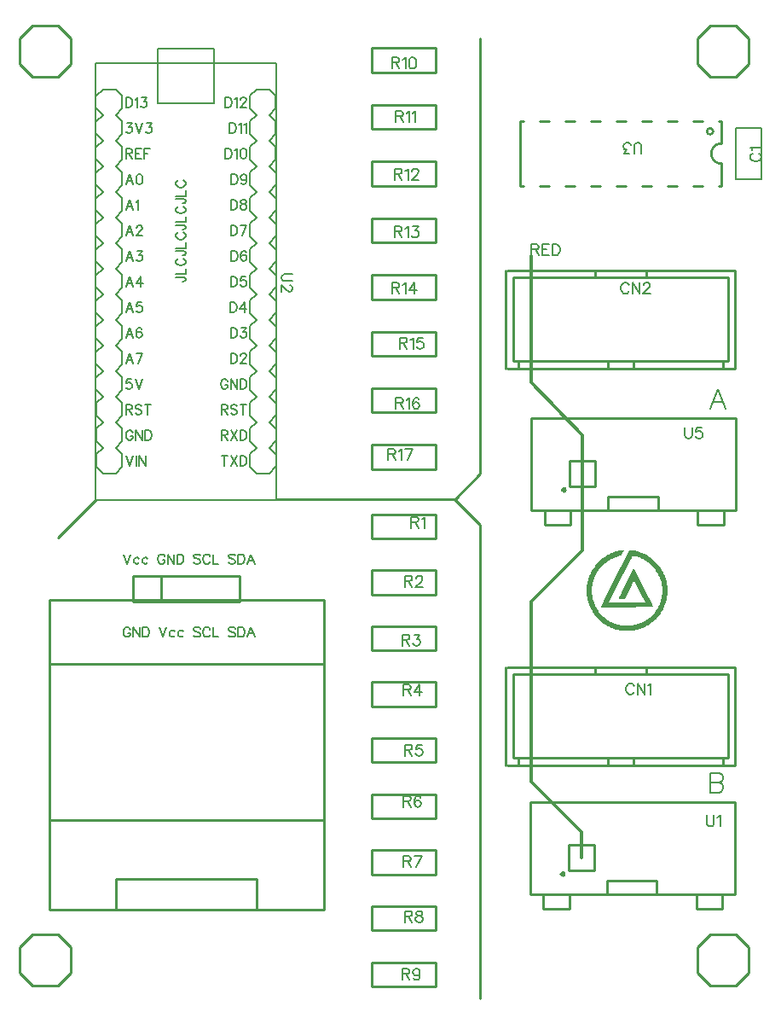
<source format=gto>
G04 Layer: TopSilkscreenLayer*
G04 EasyEDA v6.5.9, 2022-07-24 08:21:13*
G04 5bc8cb45828b4c0bbea3d3a06f8b76a5,bf633cf64d8a430dba0ab8f24d4e683d,10*
G04 Gerber Generator version 0.2*
G04 Scale: 100 percent, Rotated: No, Reflected: No *
G04 Dimensions in millimeters *
G04 leading zeros omitted , absolute positions ,4 integer and 5 decimal *
%FSLAX45Y45*%
%MOMM*%

%ADD10C,0.2032*%
%ADD11C,0.1800*%
%ADD12C,0.1524*%
%ADD13C,0.2000*%
%ADD14C,0.1500*%
%ADD15C,0.2540*%
%ADD16C,0.3000*%
%ADD17C,0.2007*%
%ADD18C,0.1520*%
%ADD19C,0.0146*%

%LPD*%
G36*
X6124295Y-5331917D02*
G01*
X6110122Y-5332628D01*
X6100216Y-5333492D01*
X6093612Y-5334406D01*
X6075476Y-5338267D01*
X6051600Y-5344109D01*
X6040069Y-5347360D01*
X6028690Y-5350967D01*
X6017463Y-5354929D01*
X6006388Y-5359196D01*
X5995466Y-5363870D01*
X5984697Y-5368798D01*
X5974080Y-5374081D01*
X5963615Y-5379669D01*
X5953404Y-5385562D01*
X5943295Y-5391759D01*
X5933440Y-5398211D01*
X5923737Y-5405018D01*
X5914237Y-5412028D01*
X5900420Y-5423103D01*
X5891479Y-5430824D01*
X5882741Y-5438749D01*
X5874258Y-5446979D01*
X5866028Y-5455412D01*
X5858002Y-5464098D01*
X5850229Y-5472988D01*
X5842762Y-5482082D01*
X5835497Y-5491429D01*
X5828538Y-5500928D01*
X5821832Y-5510682D01*
X5815431Y-5520588D01*
X5809284Y-5530646D01*
X5803493Y-5540959D01*
X5797956Y-5551373D01*
X5792724Y-5561990D01*
X5787847Y-5572709D01*
X5783224Y-5583631D01*
X5778957Y-5594654D01*
X5775045Y-5605830D01*
X5771438Y-5617159D01*
X5768187Y-5628538D01*
X5765292Y-5640070D01*
X5762752Y-5651703D01*
X5760567Y-5663438D01*
X5758789Y-5675274D01*
X5757773Y-5684570D01*
X5757011Y-5695340D01*
X5756554Y-5707227D01*
X5756351Y-5719927D01*
X5756656Y-5746546D01*
X5757875Y-5772810D01*
X5759958Y-5796178D01*
X5761329Y-5805982D01*
X5762802Y-5814161D01*
X5765800Y-5826658D01*
X5769102Y-5838952D01*
X5772759Y-5851093D01*
X5776722Y-5863031D01*
X5781040Y-5874766D01*
X5785662Y-5886297D01*
X5790641Y-5897676D01*
X5795924Y-5908852D01*
X5801461Y-5919774D01*
X5810453Y-5935827D01*
X5816752Y-5946241D01*
X5823407Y-5956401D01*
X5830316Y-5966358D01*
X5837529Y-5976112D01*
X5845048Y-5985611D01*
X5852820Y-5994857D01*
X5860846Y-6003848D01*
X5869127Y-6012586D01*
X5877712Y-6021120D01*
X5886500Y-6029350D01*
X5895594Y-6037326D01*
X5904890Y-6044996D01*
X5914440Y-6052413D01*
X5924245Y-6059576D01*
X5934303Y-6066434D01*
X5944565Y-6072987D01*
X5955030Y-6079286D01*
X5965748Y-6085230D01*
X5976670Y-6090920D01*
X5987796Y-6096304D01*
X5999073Y-6101334D01*
X6010605Y-6106109D01*
X6022340Y-6110528D01*
X6034278Y-6114592D01*
X6046368Y-6118352D01*
X6058611Y-6121755D01*
X6071108Y-6124854D01*
X6082030Y-6127191D01*
X6092698Y-6128715D01*
X6104991Y-6129985D01*
X6118555Y-6130950D01*
X6132982Y-6131560D01*
X6148019Y-6131864D01*
X6163208Y-6131864D01*
X6178194Y-6131509D01*
X6192672Y-6130899D01*
X6206286Y-6129934D01*
X6218631Y-6128664D01*
X6229400Y-6127038D01*
X6240221Y-6124752D01*
X6252362Y-6121806D01*
X6264249Y-6118606D01*
X6275882Y-6115100D01*
X6287312Y-6111341D01*
X6298438Y-6107277D01*
X6309410Y-6102959D01*
X6320129Y-6098336D01*
X6330696Y-6093409D01*
X6341059Y-6088176D01*
X6351219Y-6082588D01*
X6361226Y-6076746D01*
X6371031Y-6070549D01*
X6380734Y-6064046D01*
X6390284Y-6057188D01*
X6399682Y-6050026D01*
X6408978Y-6042456D01*
X6418173Y-6034582D01*
X6427266Y-6026353D01*
X6436258Y-6017768D01*
X6445453Y-6008522D01*
X6454597Y-5998870D01*
X6463284Y-5989066D01*
X6471564Y-5979210D01*
X6479489Y-5969152D01*
X6486956Y-5959043D01*
X6494018Y-5948730D01*
X6500723Y-5938266D01*
X6507073Y-5927648D01*
X6513017Y-5916828D01*
X6518554Y-5905855D01*
X6523786Y-5894628D01*
X6528663Y-5883198D01*
X6533184Y-5871514D01*
X6537350Y-5859576D01*
X6541211Y-5847384D01*
X6544767Y-5834888D01*
X6547967Y-5822137D01*
X6550812Y-5809335D01*
X6552996Y-5797702D01*
X6554520Y-5786374D01*
X6555536Y-5774080D01*
X6556095Y-5759653D01*
X6556298Y-5722874D01*
X6555790Y-5695391D01*
X6555130Y-5684062D01*
X6554165Y-5673699D01*
X6552793Y-5663844D01*
X6550914Y-5653938D01*
X6548526Y-5643575D01*
X6541770Y-5619445D01*
X6537858Y-5606694D01*
X6534048Y-5595366D01*
X6529882Y-5584240D01*
X6525412Y-5573268D01*
X6520637Y-5562447D01*
X6515506Y-5551779D01*
X6507226Y-5536133D01*
X6501282Y-5525922D01*
X6495084Y-5515864D01*
X6488582Y-5506059D01*
X6481826Y-5496407D01*
X6474764Y-5486958D01*
X6467398Y-5477764D01*
X6459778Y-5468772D01*
X6451904Y-5459984D01*
X6443776Y-5451449D01*
X6435394Y-5443118D01*
X6426758Y-5435041D01*
X6417919Y-5427268D01*
X6408775Y-5419699D01*
X6399479Y-5412384D01*
X6389928Y-5405374D01*
X6380175Y-5398617D01*
X6370167Y-5392115D01*
X6360007Y-5385917D01*
X6344361Y-5377180D01*
X6333744Y-5371744D01*
X6322872Y-5366613D01*
X6311900Y-5361787D01*
X6300673Y-5357266D01*
X6289344Y-5353100D01*
X6277254Y-5349087D01*
X6263843Y-5345176D01*
X6249974Y-5341620D01*
X6236157Y-5338470D01*
X6222847Y-5335879D01*
X6210554Y-5333949D01*
X6199835Y-5332730D01*
X6191148Y-5332323D01*
X6177178Y-5333390D01*
X6003086Y-5680354D01*
X5933490Y-5820105D01*
X5912561Y-5862675D01*
X5899708Y-5889345D01*
X5896102Y-5897422D01*
X5909868Y-5897829D01*
X5947257Y-5898083D01*
X6075476Y-5898184D01*
X6417513Y-5897270D01*
X6394856Y-5851448D01*
X6340754Y-5743854D01*
X6236970Y-5538876D01*
X6224270Y-5514848D01*
X6122060Y-5718759D01*
X6095796Y-5771692D01*
X6079896Y-5804357D01*
X6076848Y-5811215D01*
X6078829Y-5812434D01*
X6084620Y-5813348D01*
X6093663Y-5813958D01*
X6105398Y-5814161D01*
X6134150Y-5814161D01*
X6192012Y-5695848D01*
X6210706Y-5658459D01*
X6220815Y-5638850D01*
X6223762Y-5633516D01*
X6225032Y-5631637D01*
X6228334Y-5637225D01*
X6248654Y-5676138D01*
X6280912Y-5739993D01*
X6335115Y-5848350D01*
X5975705Y-5847994D01*
X6050686Y-5700928D01*
X6176416Y-5452821D01*
X6199378Y-5407964D01*
X6210147Y-5387492D01*
X6211316Y-5387035D01*
X6213551Y-5386984D01*
X6220815Y-5387949D01*
X6230975Y-5390083D01*
X6243167Y-5393182D01*
X6256477Y-5396992D01*
X6269939Y-5401259D01*
X6282740Y-5405729D01*
X6293866Y-5410149D01*
X6304991Y-5415229D01*
X6315964Y-5420715D01*
X6326784Y-5426557D01*
X6337350Y-5432856D01*
X6347764Y-5439511D01*
X6357924Y-5446572D01*
X6367881Y-5453938D01*
X6377584Y-5461660D01*
X6386982Y-5469737D01*
X6396126Y-5478119D01*
X6405016Y-5486806D01*
X6413550Y-5495798D01*
X6421831Y-5505043D01*
X6429756Y-5514594D01*
X6437325Y-5524398D01*
X6444538Y-5534406D01*
X6451447Y-5544667D01*
X6457899Y-5555183D01*
X6463995Y-5565851D01*
X6469684Y-5576722D01*
X6475120Y-5588152D01*
X6480149Y-5599734D01*
X6484721Y-5611469D01*
X6488887Y-5623255D01*
X6492595Y-5635193D01*
X6495846Y-5647232D01*
X6498691Y-5659374D01*
X6501079Y-5671566D01*
X6503009Y-5683808D01*
X6504533Y-5696153D01*
X6505549Y-5708548D01*
X6506159Y-5720943D01*
X6506362Y-5733338D01*
X6506057Y-5745784D01*
X6505346Y-5758230D01*
X6504127Y-5770676D01*
X6502501Y-5783072D01*
X6500418Y-5795467D01*
X6497878Y-5807811D01*
X6494881Y-5820105D01*
X6491528Y-5832094D01*
X6487718Y-5843879D01*
X6483553Y-5855462D01*
X6479032Y-5866841D01*
X6474104Y-5878017D01*
X6468821Y-5888939D01*
X6463233Y-5899607D01*
X6457238Y-5910072D01*
X6450939Y-5920282D01*
X6444284Y-5930239D01*
X6437325Y-5939942D01*
X6430010Y-5949391D01*
X6422440Y-5958586D01*
X6414566Y-5967476D01*
X6406388Y-5976061D01*
X6397955Y-5984392D01*
X6389217Y-5992418D01*
X6380276Y-6000140D01*
X6371031Y-6007557D01*
X6361531Y-6014669D01*
X6351828Y-6021425D01*
X6341872Y-6027877D01*
X6331712Y-6033973D01*
X6316065Y-6042507D01*
X6305346Y-6047740D01*
X6294475Y-6052616D01*
X6283452Y-6057138D01*
X6272225Y-6061252D01*
X6260795Y-6065062D01*
X6249263Y-6068415D01*
X6237528Y-6071412D01*
X6225692Y-6074003D01*
X6213703Y-6076188D01*
X6201613Y-6077966D01*
X6189370Y-6079337D01*
X6177076Y-6080302D01*
X6164630Y-6080810D01*
X6151016Y-6080912D01*
X6136640Y-6080506D01*
X6122720Y-6079693D01*
X6109208Y-6078321D01*
X6096000Y-6076492D01*
X6083096Y-6074156D01*
X6070346Y-6071260D01*
X6057798Y-6067856D01*
X6045301Y-6063843D01*
X6032855Y-6059271D01*
X6020358Y-6054140D01*
X6007760Y-6048400D01*
X5994400Y-6041694D01*
X5981446Y-6034786D01*
X5969609Y-6027877D01*
X5958687Y-6020765D01*
X5948273Y-6013297D01*
X5938113Y-6005169D01*
X5927852Y-5996178D01*
X5917234Y-5986119D01*
X5907024Y-5975959D01*
X5898337Y-5966815D01*
X5890361Y-5957925D01*
X5882944Y-5949188D01*
X5876086Y-5940501D01*
X5869635Y-5931712D01*
X5863590Y-5922721D01*
X5857798Y-5913424D01*
X5852210Y-5903671D01*
X5846724Y-5893409D01*
X5841288Y-5882589D01*
X5836259Y-5871565D01*
X5831636Y-5860491D01*
X5827420Y-5849366D01*
X5823610Y-5838190D01*
X5820156Y-5826963D01*
X5817158Y-5815685D01*
X5814517Y-5804408D01*
X5812282Y-5793079D01*
X5810453Y-5781751D01*
X5808980Y-5770422D01*
X5807913Y-5759043D01*
X5807202Y-5747766D01*
X5806846Y-5736437D01*
X5806897Y-5725160D01*
X5807303Y-5713933D01*
X5808065Y-5702757D01*
X5809183Y-5691581D01*
X5810656Y-5680506D01*
X5812485Y-5669534D01*
X5814618Y-5658612D01*
X5817158Y-5647791D01*
X5820003Y-5637022D01*
X5823153Y-5626404D01*
X5826658Y-5615889D01*
X5830519Y-5605475D01*
X5834684Y-5595213D01*
X5839155Y-5585053D01*
X5843981Y-5575046D01*
X5849061Y-5565241D01*
X5854496Y-5555538D01*
X5860237Y-5546039D01*
X5866282Y-5536742D01*
X5872581Y-5527598D01*
X5882640Y-5514289D01*
X5889701Y-5505653D01*
X5897016Y-5497220D01*
X5904636Y-5489041D01*
X5912561Y-5481116D01*
X5920740Y-5473395D01*
X5929172Y-5465927D01*
X5937859Y-5458764D01*
X5946851Y-5451805D01*
X5956096Y-5445150D01*
X5965545Y-5438800D01*
X5975299Y-5432704D01*
X5985306Y-5426964D01*
X5995517Y-5421477D01*
X6005982Y-5416346D01*
X6016701Y-5411520D01*
X6027674Y-5406999D01*
X6038799Y-5402884D01*
X6050229Y-5399074D01*
X6061862Y-5395620D01*
X6093663Y-5386679D01*
X6096152Y-5384139D01*
X6100216Y-5378043D01*
X6105245Y-5369255D01*
X6110782Y-5358739D01*
G37*
D10*
X1155700Y-5372862D02*
G01*
X1192021Y-5468365D01*
X1228344Y-5372862D02*
G01*
X1192021Y-5468365D01*
X1312926Y-5418328D02*
G01*
X1303781Y-5409184D01*
X1294892Y-5404612D01*
X1281176Y-5404612D01*
X1272031Y-5409184D01*
X1262887Y-5418328D01*
X1258315Y-5431789D01*
X1258315Y-5440934D01*
X1262887Y-5454650D01*
X1272031Y-5463794D01*
X1281176Y-5468365D01*
X1294892Y-5468365D01*
X1303781Y-5463794D01*
X1312926Y-5454650D01*
X1397507Y-5418328D02*
G01*
X1388363Y-5409184D01*
X1379220Y-5404612D01*
X1365757Y-5404612D01*
X1356613Y-5409184D01*
X1347470Y-5418328D01*
X1342897Y-5431789D01*
X1342897Y-5440934D01*
X1347470Y-5454650D01*
X1356613Y-5463794D01*
X1365757Y-5468365D01*
X1379220Y-5468365D01*
X1388363Y-5463794D01*
X1397507Y-5454650D01*
X1565655Y-5395468D02*
G01*
X1561084Y-5386323D01*
X1551939Y-5377434D01*
X1543050Y-5372862D01*
X1524762Y-5372862D01*
X1515618Y-5377434D01*
X1506728Y-5386323D01*
X1502155Y-5395468D01*
X1497584Y-5409184D01*
X1497584Y-5431789D01*
X1502155Y-5445505D01*
X1506728Y-5454650D01*
X1515618Y-5463794D01*
X1524762Y-5468365D01*
X1543050Y-5468365D01*
X1551939Y-5463794D01*
X1561084Y-5454650D01*
X1565655Y-5445505D01*
X1565655Y-5431789D01*
X1543050Y-5431789D02*
G01*
X1565655Y-5431789D01*
X1595628Y-5372862D02*
G01*
X1595628Y-5468365D01*
X1595628Y-5372862D02*
G01*
X1659381Y-5468365D01*
X1659381Y-5372862D02*
G01*
X1659381Y-5468365D01*
X1689354Y-5372862D02*
G01*
X1689354Y-5468365D01*
X1689354Y-5372862D02*
G01*
X1721104Y-5372862D01*
X1734820Y-5377434D01*
X1743963Y-5386323D01*
X1748536Y-5395468D01*
X1752854Y-5409184D01*
X1752854Y-5431789D01*
X1748536Y-5445505D01*
X1743963Y-5454650D01*
X1734820Y-5463794D01*
X1721104Y-5468365D01*
X1689354Y-5468365D01*
X1916684Y-5386323D02*
G01*
X1907539Y-5377434D01*
X1893823Y-5372862D01*
X1875789Y-5372862D01*
X1862073Y-5377434D01*
X1852929Y-5386323D01*
X1852929Y-5395468D01*
X1857502Y-5404612D01*
X1862073Y-5409184D01*
X1871218Y-5413755D01*
X1898395Y-5422900D01*
X1907539Y-5427218D01*
X1912112Y-5431789D01*
X1916684Y-5440934D01*
X1916684Y-5454650D01*
X1907539Y-5463794D01*
X1893823Y-5468365D01*
X1875789Y-5468365D01*
X1862073Y-5463794D01*
X1852929Y-5454650D01*
X2014727Y-5395468D02*
G01*
X2010156Y-5386323D01*
X2001265Y-5377434D01*
X1992122Y-5372862D01*
X1973834Y-5372862D01*
X1964690Y-5377434D01*
X1955800Y-5386323D01*
X1951227Y-5395468D01*
X1946656Y-5409184D01*
X1946656Y-5431789D01*
X1951227Y-5445505D01*
X1955800Y-5454650D01*
X1964690Y-5463794D01*
X1973834Y-5468365D01*
X1992122Y-5468365D01*
X2001265Y-5463794D01*
X2010156Y-5454650D01*
X2014727Y-5445505D01*
X2044700Y-5372862D02*
G01*
X2044700Y-5468365D01*
X2044700Y-5468365D02*
G01*
X2099309Y-5468365D01*
X2262886Y-5386323D02*
G01*
X2253995Y-5377434D01*
X2240279Y-5372862D01*
X2221991Y-5372862D01*
X2208529Y-5377434D01*
X2199386Y-5386323D01*
X2199386Y-5395468D01*
X2203958Y-5404612D01*
X2208529Y-5409184D01*
X2217420Y-5413755D01*
X2244852Y-5422900D01*
X2253995Y-5427218D01*
X2258313Y-5431789D01*
X2262886Y-5440934D01*
X2262886Y-5454650D01*
X2253995Y-5463794D01*
X2240279Y-5468365D01*
X2221991Y-5468365D01*
X2208529Y-5463794D01*
X2199386Y-5454650D01*
X2292858Y-5372862D02*
G01*
X2292858Y-5468365D01*
X2292858Y-5372862D02*
G01*
X2324861Y-5372862D01*
X2338324Y-5377434D01*
X2347468Y-5386323D01*
X2352040Y-5395468D01*
X2356611Y-5409184D01*
X2356611Y-5431789D01*
X2352040Y-5445505D01*
X2347468Y-5454650D01*
X2338324Y-5463794D01*
X2324861Y-5468365D01*
X2292858Y-5468365D01*
X2422906Y-5372862D02*
G01*
X2386584Y-5468365D01*
X2422906Y-5372862D02*
G01*
X2459227Y-5468365D01*
X2400300Y-5436362D02*
G01*
X2445765Y-5436362D01*
D11*
X1677055Y-2621539D02*
G01*
X1749701Y-2621539D01*
X1763410Y-2626113D01*
X1767989Y-2630683D01*
X1772556Y-2639829D01*
X1772556Y-2648717D01*
X1767989Y-2657863D01*
X1763410Y-2662433D01*
X1749701Y-2667005D01*
X1740806Y-2667005D01*
X1677055Y-2591567D02*
G01*
X1772556Y-2591567D01*
X1772556Y-2591567D02*
G01*
X1772556Y-2536957D01*
X1699910Y-2438913D02*
G01*
X1690771Y-2443485D01*
X1681624Y-2452377D01*
X1677055Y-2461519D01*
X1677055Y-2479807D01*
X1681624Y-2488951D01*
X1690771Y-2497843D01*
X1699910Y-2502413D01*
X1713374Y-2506985D01*
X1736239Y-2506985D01*
X1749701Y-2502413D01*
X1758840Y-2497843D01*
X1767989Y-2488951D01*
X1772556Y-2479807D01*
X1772556Y-2461519D01*
X1767989Y-2452377D01*
X1758840Y-2443485D01*
X1749701Y-2438913D01*
X1677055Y-2363477D02*
G01*
X1749701Y-2363477D01*
X1763410Y-2368047D01*
X1767989Y-2372365D01*
X1772556Y-2381511D01*
X1772556Y-2390653D01*
X1767989Y-2399797D01*
X1763410Y-2404369D01*
X1749701Y-2408943D01*
X1740806Y-2408943D01*
X1677055Y-2333503D02*
G01*
X1772556Y-2333503D01*
X1772556Y-2333503D02*
G01*
X1772556Y-2278895D01*
X1699910Y-2180597D02*
G01*
X1690771Y-2185167D01*
X1681624Y-2194313D01*
X1677055Y-2203455D01*
X1677055Y-2221489D01*
X1681624Y-2230633D01*
X1690771Y-2239779D01*
X1699910Y-2244349D01*
X1713374Y-2248921D01*
X1736239Y-2248921D01*
X1749701Y-2244349D01*
X1758840Y-2239779D01*
X1767989Y-2230633D01*
X1772556Y-2221489D01*
X1772556Y-2203455D01*
X1767989Y-2194313D01*
X1758840Y-2185167D01*
X1749701Y-2180597D01*
X1677055Y-2105157D02*
G01*
X1749701Y-2105157D01*
X1763410Y-2109731D01*
X1767989Y-2114301D01*
X1772556Y-2123447D01*
X1772556Y-2132589D01*
X1767989Y-2141481D01*
X1763410Y-2146051D01*
X1749701Y-2150623D01*
X1740806Y-2150623D01*
X1677055Y-2075185D02*
G01*
X1772556Y-2075185D01*
X1772556Y-2075185D02*
G01*
X1772556Y-2020577D01*
X1699910Y-1922531D02*
G01*
X1690771Y-1927103D01*
X1681624Y-1935995D01*
X1677055Y-1945137D01*
X1677055Y-1963427D01*
X1681624Y-1972569D01*
X1690771Y-1981461D01*
X1699910Y-1986031D01*
X1713374Y-1990603D01*
X1736239Y-1990603D01*
X1749701Y-1986031D01*
X1758840Y-1981461D01*
X1767989Y-1972569D01*
X1772556Y-1963427D01*
X1772556Y-1945137D01*
X1767989Y-1935995D01*
X1758840Y-1927103D01*
X1749701Y-1922531D01*
X1677055Y-1847095D02*
G01*
X1749701Y-1847095D01*
X1763410Y-1851665D01*
X1767989Y-1855983D01*
X1772556Y-1865129D01*
X1772556Y-1874271D01*
X1767989Y-1883415D01*
X1763410Y-1887987D01*
X1749701Y-1892561D01*
X1740806Y-1892561D01*
X1677055Y-1817121D02*
G01*
X1772556Y-1817121D01*
X1772556Y-1817121D02*
G01*
X1772556Y-1762513D01*
X1699910Y-1664213D02*
G01*
X1690771Y-1668785D01*
X1681624Y-1677931D01*
X1677055Y-1687073D01*
X1677055Y-1705107D01*
X1681624Y-1714251D01*
X1690771Y-1723397D01*
X1699910Y-1727967D01*
X1713374Y-1732539D01*
X1736239Y-1732539D01*
X1749701Y-1727967D01*
X1758840Y-1723397D01*
X1767989Y-1714251D01*
X1772556Y-1705107D01*
X1772556Y-1687073D01*
X1767989Y-1677931D01*
X1758840Y-1668785D01*
X1749701Y-1664213D01*
D12*
X5207000Y-2297684D02*
G01*
X5207000Y-2406650D01*
X5207000Y-2297684D02*
G01*
X5253736Y-2297684D01*
X5269229Y-2302763D01*
X5274563Y-2308097D01*
X5279643Y-2318512D01*
X5279643Y-2328926D01*
X5274563Y-2339339D01*
X5269229Y-2344420D01*
X5253736Y-2349500D01*
X5207000Y-2349500D01*
X5243322Y-2349500D02*
G01*
X5279643Y-2406650D01*
X5313934Y-2297684D02*
G01*
X5313934Y-2406650D01*
X5313934Y-2297684D02*
G01*
X5381497Y-2297684D01*
X5313934Y-2349500D02*
G01*
X5355590Y-2349500D01*
X5313934Y-2406650D02*
G01*
X5381497Y-2406650D01*
X5415788Y-2297684D02*
G01*
X5415788Y-2406650D01*
X5415788Y-2297684D02*
G01*
X5452109Y-2297684D01*
X5467858Y-2302763D01*
X5478272Y-2313178D01*
X5483352Y-2323592D01*
X5488686Y-2339339D01*
X5488686Y-2365247D01*
X5483352Y-2380742D01*
X5478272Y-2391155D01*
X5467858Y-2401570D01*
X5452109Y-2406650D01*
X5415788Y-2406650D01*
D13*
X7057643Y-3735070D02*
G01*
X6985000Y-3926078D01*
X7057643Y-3735070D02*
G01*
X7130541Y-3926078D01*
X7012177Y-3862578D02*
G01*
X7103109Y-3862578D01*
X6985000Y-7545070D02*
G01*
X6985000Y-7736078D01*
X6985000Y-7545070D02*
G01*
X7066788Y-7545070D01*
X7093965Y-7554213D01*
X7103109Y-7563358D01*
X7112254Y-7581645D01*
X7112254Y-7599679D01*
X7103109Y-7617968D01*
X7093965Y-7627112D01*
X7066788Y-7636002D01*
X6985000Y-7636002D02*
G01*
X7066788Y-7636002D01*
X7093965Y-7645145D01*
X7103109Y-7654289D01*
X7112254Y-7672578D01*
X7112254Y-7699755D01*
X7103109Y-7717789D01*
X7093965Y-7726934D01*
X7066788Y-7736078D01*
X6985000Y-7736078D01*
D12*
X7403591Y-1395221D02*
G01*
X7393177Y-1400555D01*
X7382763Y-1410970D01*
X7377684Y-1421129D01*
X7377684Y-1441957D01*
X7382763Y-1452371D01*
X7393177Y-1462786D01*
X7403591Y-1468120D01*
X7419340Y-1473200D01*
X7445247Y-1473200D01*
X7460741Y-1468120D01*
X7471156Y-1462786D01*
X7481570Y-1452371D01*
X7486650Y-1441957D01*
X7486650Y-1421129D01*
X7481570Y-1410970D01*
X7471156Y-1400555D01*
X7460741Y-1395221D01*
X7398511Y-1360931D02*
G01*
X7393177Y-1350518D01*
X7377684Y-1335023D01*
X7486650Y-1335023D01*
X6224777Y-6679692D02*
G01*
X6219443Y-6669278D01*
X6209029Y-6658863D01*
X6198870Y-6653784D01*
X6178041Y-6653784D01*
X6167627Y-6658863D01*
X6157213Y-6669278D01*
X6151879Y-6679692D01*
X6146800Y-6695439D01*
X6146800Y-6721347D01*
X6151879Y-6736842D01*
X6157213Y-6747255D01*
X6167627Y-6757670D01*
X6178041Y-6762750D01*
X6198870Y-6762750D01*
X6209029Y-6757670D01*
X6219443Y-6747255D01*
X6224777Y-6736842D01*
X6259068Y-6653784D02*
G01*
X6259068Y-6762750D01*
X6259068Y-6653784D02*
G01*
X6331711Y-6762750D01*
X6331711Y-6653784D02*
G01*
X6331711Y-6762750D01*
X6366002Y-6674612D02*
G01*
X6376415Y-6669278D01*
X6391909Y-6653784D01*
X6391909Y-6762750D01*
X6173977Y-2704592D02*
G01*
X6168643Y-2694178D01*
X6158229Y-2683763D01*
X6148070Y-2678684D01*
X6127241Y-2678684D01*
X6116827Y-2683763D01*
X6106413Y-2694178D01*
X6101079Y-2704592D01*
X6096000Y-2720339D01*
X6096000Y-2746247D01*
X6101079Y-2761742D01*
X6106413Y-2772155D01*
X6116827Y-2782570D01*
X6127241Y-2787650D01*
X6148070Y-2787650D01*
X6158229Y-2782570D01*
X6168643Y-2772155D01*
X6173977Y-2761742D01*
X6208268Y-2678684D02*
G01*
X6208268Y-2787650D01*
X6208268Y-2678684D02*
G01*
X6280911Y-2787650D01*
X6280911Y-2678684D02*
G01*
X6280911Y-2787650D01*
X6320536Y-2704592D02*
G01*
X6320536Y-2699512D01*
X6325615Y-2689097D01*
X6330950Y-2683763D01*
X6341109Y-2678684D01*
X6361938Y-2678684D01*
X6372352Y-2683763D01*
X6377686Y-2689097D01*
X6382765Y-2699512D01*
X6382765Y-2709926D01*
X6377686Y-2720339D01*
X6367272Y-2735834D01*
X6315202Y-2787650D01*
X6388100Y-2787650D01*
X4013200Y-5002784D02*
G01*
X4013200Y-5111750D01*
X4013200Y-5002784D02*
G01*
X4059936Y-5002784D01*
X4075429Y-5007863D01*
X4080763Y-5013197D01*
X4085843Y-5023612D01*
X4085843Y-5034026D01*
X4080763Y-5044439D01*
X4075429Y-5049520D01*
X4059936Y-5054600D01*
X4013200Y-5054600D01*
X4049522Y-5054600D02*
G01*
X4085843Y-5111750D01*
X4120134Y-5023612D02*
G01*
X4130547Y-5018278D01*
X4146295Y-5002784D01*
X4146295Y-5111750D01*
X3949700Y-5586984D02*
G01*
X3949700Y-5695950D01*
X3949700Y-5586984D02*
G01*
X3996436Y-5586984D01*
X4011929Y-5592063D01*
X4017263Y-5597397D01*
X4022343Y-5607812D01*
X4022343Y-5618226D01*
X4017263Y-5628639D01*
X4011929Y-5633720D01*
X3996436Y-5638800D01*
X3949700Y-5638800D01*
X3986022Y-5638800D02*
G01*
X4022343Y-5695950D01*
X4061968Y-5612892D02*
G01*
X4061968Y-5607812D01*
X4067047Y-5597397D01*
X4072381Y-5592063D01*
X4082795Y-5586984D01*
X4103370Y-5586984D01*
X4113784Y-5592063D01*
X4119118Y-5597397D01*
X4124197Y-5607812D01*
X4124197Y-5618226D01*
X4119118Y-5628639D01*
X4108704Y-5644134D01*
X4056634Y-5695950D01*
X4129531Y-5695950D01*
X3924300Y-6171184D02*
G01*
X3924300Y-6280150D01*
X3924300Y-6171184D02*
G01*
X3971036Y-6171184D01*
X3986529Y-6176263D01*
X3991863Y-6181597D01*
X3996943Y-6192012D01*
X3996943Y-6202426D01*
X3991863Y-6212839D01*
X3986529Y-6217920D01*
X3971036Y-6223000D01*
X3924300Y-6223000D01*
X3960622Y-6223000D02*
G01*
X3996943Y-6280150D01*
X4041647Y-6171184D02*
G01*
X4098797Y-6171184D01*
X4067809Y-6212839D01*
X4083304Y-6212839D01*
X4093718Y-6217920D01*
X4098797Y-6223000D01*
X4104131Y-6238747D01*
X4104131Y-6249162D01*
X4098797Y-6264655D01*
X4088384Y-6275070D01*
X4072890Y-6280150D01*
X4057395Y-6280150D01*
X4041647Y-6275070D01*
X4036568Y-6269989D01*
X4031234Y-6259576D01*
X3937000Y-6666484D02*
G01*
X3937000Y-6775450D01*
X3937000Y-6666484D02*
G01*
X3983736Y-6666484D01*
X3999229Y-6671563D01*
X4004563Y-6676897D01*
X4009643Y-6687312D01*
X4009643Y-6697726D01*
X4004563Y-6708139D01*
X3999229Y-6713220D01*
X3983736Y-6718300D01*
X3937000Y-6718300D01*
X3973322Y-6718300D02*
G01*
X4009643Y-6775450D01*
X4096004Y-6666484D02*
G01*
X4043934Y-6739128D01*
X4121911Y-6739128D01*
X4096004Y-6666484D02*
G01*
X4096004Y-6775450D01*
X3949700Y-7263384D02*
G01*
X3949700Y-7372350D01*
X3949700Y-7263384D02*
G01*
X3996436Y-7263384D01*
X4011929Y-7268463D01*
X4017263Y-7273797D01*
X4022343Y-7284212D01*
X4022343Y-7294626D01*
X4017263Y-7305039D01*
X4011929Y-7310120D01*
X3996436Y-7315200D01*
X3949700Y-7315200D01*
X3986022Y-7315200D02*
G01*
X4022343Y-7372350D01*
X4119118Y-7263384D02*
G01*
X4067047Y-7263384D01*
X4061968Y-7310120D01*
X4067047Y-7305039D01*
X4082795Y-7299705D01*
X4098290Y-7299705D01*
X4113784Y-7305039D01*
X4124197Y-7315200D01*
X4129531Y-7330947D01*
X4129531Y-7341362D01*
X4124197Y-7356855D01*
X4113784Y-7367270D01*
X4098290Y-7372350D01*
X4082795Y-7372350D01*
X4067047Y-7367270D01*
X4061968Y-7362189D01*
X4056634Y-7351776D01*
X3937000Y-7771384D02*
G01*
X3937000Y-7880350D01*
X3937000Y-7771384D02*
G01*
X3983736Y-7771384D01*
X3999229Y-7776463D01*
X4004563Y-7781797D01*
X4009643Y-7792212D01*
X4009643Y-7802626D01*
X4004563Y-7813039D01*
X3999229Y-7818120D01*
X3983736Y-7823200D01*
X3937000Y-7823200D01*
X3973322Y-7823200D02*
G01*
X4009643Y-7880350D01*
X4106418Y-7786878D02*
G01*
X4101084Y-7776463D01*
X4085590Y-7771384D01*
X4075175Y-7771384D01*
X4059681Y-7776463D01*
X4049268Y-7792212D01*
X4043934Y-7818120D01*
X4043934Y-7844028D01*
X4049268Y-7864855D01*
X4059681Y-7875270D01*
X4075175Y-7880350D01*
X4080509Y-7880350D01*
X4096004Y-7875270D01*
X4106418Y-7864855D01*
X4111497Y-7849362D01*
X4111497Y-7844028D01*
X4106418Y-7828534D01*
X4096004Y-7818120D01*
X4080509Y-7813039D01*
X4075175Y-7813039D01*
X4059681Y-7818120D01*
X4049268Y-7828534D01*
X4043934Y-7844028D01*
X3937000Y-8368284D02*
G01*
X3937000Y-8477250D01*
X3937000Y-8368284D02*
G01*
X3983736Y-8368284D01*
X3999229Y-8373363D01*
X4004563Y-8378697D01*
X4009643Y-8389112D01*
X4009643Y-8399526D01*
X4004563Y-8409939D01*
X3999229Y-8415020D01*
X3983736Y-8420100D01*
X3937000Y-8420100D01*
X3973322Y-8420100D02*
G01*
X4009643Y-8477250D01*
X4116831Y-8368284D02*
G01*
X4064761Y-8477250D01*
X4043934Y-8368284D02*
G01*
X4116831Y-8368284D01*
X3949700Y-8914384D02*
G01*
X3949700Y-9023350D01*
X3949700Y-8914384D02*
G01*
X3996436Y-8914384D01*
X4011929Y-8919463D01*
X4017263Y-8924797D01*
X4022343Y-8935212D01*
X4022343Y-8945626D01*
X4017263Y-8956039D01*
X4011929Y-8961120D01*
X3996436Y-8966200D01*
X3949700Y-8966200D01*
X3986022Y-8966200D02*
G01*
X4022343Y-9023350D01*
X4082795Y-8914384D02*
G01*
X4067047Y-8919463D01*
X4061968Y-8929878D01*
X4061968Y-8940292D01*
X4067047Y-8950705D01*
X4077461Y-8956039D01*
X4098290Y-8961120D01*
X4113784Y-8966200D01*
X4124197Y-8976613D01*
X4129531Y-8987028D01*
X4129531Y-9002776D01*
X4124197Y-9013189D01*
X4119118Y-9018270D01*
X4103370Y-9023350D01*
X4082795Y-9023350D01*
X4067047Y-9018270D01*
X4061968Y-9013189D01*
X4056634Y-9002776D01*
X4056634Y-8987028D01*
X4061968Y-8976613D01*
X4072381Y-8966200D01*
X4087875Y-8961120D01*
X4108704Y-8956039D01*
X4119118Y-8950705D01*
X4124197Y-8940292D01*
X4124197Y-8929878D01*
X4119118Y-8919463D01*
X4103370Y-8914384D01*
X4082795Y-8914384D01*
X3924300Y-9485884D02*
G01*
X3924300Y-9594850D01*
X3924300Y-9485884D02*
G01*
X3971036Y-9485884D01*
X3986529Y-9490963D01*
X3991863Y-9496297D01*
X3996943Y-9506712D01*
X3996943Y-9517126D01*
X3991863Y-9527539D01*
X3986529Y-9532620D01*
X3971036Y-9537700D01*
X3924300Y-9537700D01*
X3960622Y-9537700D02*
G01*
X3996943Y-9594850D01*
X4098797Y-9522205D02*
G01*
X4093718Y-9537700D01*
X4083304Y-9548113D01*
X4067809Y-9553447D01*
X4062475Y-9553447D01*
X4046981Y-9548113D01*
X4036568Y-9537700D01*
X4031234Y-9522205D01*
X4031234Y-9517126D01*
X4036568Y-9501378D01*
X4046981Y-9490963D01*
X4062475Y-9485884D01*
X4067809Y-9485884D01*
X4083304Y-9490963D01*
X4093718Y-9501378D01*
X4098797Y-9522205D01*
X4098797Y-9548113D01*
X4093718Y-9574276D01*
X4083304Y-9589770D01*
X4067809Y-9594850D01*
X4057395Y-9594850D01*
X4041647Y-9589770D01*
X4036568Y-9579355D01*
X3822700Y-443484D02*
G01*
X3822700Y-552450D01*
X3822700Y-443484D02*
G01*
X3869436Y-443484D01*
X3884929Y-448563D01*
X3890263Y-453897D01*
X3895343Y-464312D01*
X3895343Y-474726D01*
X3890263Y-485139D01*
X3884929Y-490220D01*
X3869436Y-495300D01*
X3822700Y-495300D01*
X3859022Y-495300D02*
G01*
X3895343Y-552450D01*
X3929634Y-464312D02*
G01*
X3940047Y-458978D01*
X3955795Y-443484D01*
X3955795Y-552450D01*
X4021074Y-443484D02*
G01*
X4005579Y-448563D01*
X3995165Y-464312D01*
X3990086Y-490220D01*
X3990086Y-505713D01*
X3995165Y-531876D01*
X4005579Y-547370D01*
X4021074Y-552450D01*
X4031488Y-552450D01*
X4047236Y-547370D01*
X4057650Y-531876D01*
X4062729Y-505713D01*
X4062729Y-490220D01*
X4057650Y-464312D01*
X4047236Y-448563D01*
X4031488Y-443484D01*
X4021074Y-443484D01*
X3860800Y-976884D02*
G01*
X3860800Y-1085850D01*
X3860800Y-976884D02*
G01*
X3907536Y-976884D01*
X3923029Y-981963D01*
X3928363Y-987297D01*
X3933443Y-997712D01*
X3933443Y-1008126D01*
X3928363Y-1018539D01*
X3923029Y-1023620D01*
X3907536Y-1028700D01*
X3860800Y-1028700D01*
X3897122Y-1028700D02*
G01*
X3933443Y-1085850D01*
X3967734Y-997712D02*
G01*
X3978147Y-992378D01*
X3993895Y-976884D01*
X3993895Y-1085850D01*
X4028186Y-997712D02*
G01*
X4038600Y-992378D01*
X4054093Y-976884D01*
X4054093Y-1085850D01*
X3848100Y-1548384D02*
G01*
X3848100Y-1657350D01*
X3848100Y-1548384D02*
G01*
X3894836Y-1548384D01*
X3910329Y-1553463D01*
X3915663Y-1558797D01*
X3920743Y-1569212D01*
X3920743Y-1579626D01*
X3915663Y-1590039D01*
X3910329Y-1595120D01*
X3894836Y-1600200D01*
X3848100Y-1600200D01*
X3884422Y-1600200D02*
G01*
X3920743Y-1657350D01*
X3955034Y-1569212D02*
G01*
X3965447Y-1563878D01*
X3981195Y-1548384D01*
X3981195Y-1657350D01*
X4020565Y-1574292D02*
G01*
X4020565Y-1569212D01*
X4025900Y-1558797D01*
X4030979Y-1553463D01*
X4041393Y-1548384D01*
X4062222Y-1548384D01*
X4072636Y-1553463D01*
X4077715Y-1558797D01*
X4083050Y-1569212D01*
X4083050Y-1579626D01*
X4077715Y-1590039D01*
X4067302Y-1605534D01*
X4015486Y-1657350D01*
X4088129Y-1657350D01*
X3848100Y-2119884D02*
G01*
X3848100Y-2228850D01*
X3848100Y-2119884D02*
G01*
X3894836Y-2119884D01*
X3910329Y-2124963D01*
X3915663Y-2130297D01*
X3920743Y-2140712D01*
X3920743Y-2151126D01*
X3915663Y-2161539D01*
X3910329Y-2166620D01*
X3894836Y-2171700D01*
X3848100Y-2171700D01*
X3884422Y-2171700D02*
G01*
X3920743Y-2228850D01*
X3955034Y-2140712D02*
G01*
X3965447Y-2135378D01*
X3981195Y-2119884D01*
X3981195Y-2228850D01*
X4025900Y-2119884D02*
G01*
X4083050Y-2119884D01*
X4051808Y-2161539D01*
X4067302Y-2161539D01*
X4077715Y-2166620D01*
X4083050Y-2171700D01*
X4088129Y-2187447D01*
X4088129Y-2197862D01*
X4083050Y-2213355D01*
X4072636Y-2223770D01*
X4056888Y-2228850D01*
X4041393Y-2228850D01*
X4025900Y-2223770D01*
X4020565Y-2218689D01*
X4015486Y-2208276D01*
X3822700Y-2678684D02*
G01*
X3822700Y-2787650D01*
X3822700Y-2678684D02*
G01*
X3869436Y-2678684D01*
X3884929Y-2683763D01*
X3890263Y-2689097D01*
X3895343Y-2699512D01*
X3895343Y-2709926D01*
X3890263Y-2720339D01*
X3884929Y-2725420D01*
X3869436Y-2730500D01*
X3822700Y-2730500D01*
X3859022Y-2730500D02*
G01*
X3895343Y-2787650D01*
X3929634Y-2699512D02*
G01*
X3940047Y-2694178D01*
X3955795Y-2678684D01*
X3955795Y-2787650D01*
X4041902Y-2678684D02*
G01*
X3990086Y-2751328D01*
X4067809Y-2751328D01*
X4041902Y-2678684D02*
G01*
X4041902Y-2787650D01*
X3898900Y-3224784D02*
G01*
X3898900Y-3333750D01*
X3898900Y-3224784D02*
G01*
X3945636Y-3224784D01*
X3961129Y-3229863D01*
X3966463Y-3235197D01*
X3971543Y-3245612D01*
X3971543Y-3256026D01*
X3966463Y-3266439D01*
X3961129Y-3271520D01*
X3945636Y-3276600D01*
X3898900Y-3276600D01*
X3935222Y-3276600D02*
G01*
X3971543Y-3333750D01*
X4005834Y-3245612D02*
G01*
X4016247Y-3240278D01*
X4031995Y-3224784D01*
X4031995Y-3333750D01*
X4128515Y-3224784D02*
G01*
X4076700Y-3224784D01*
X4071365Y-3271520D01*
X4076700Y-3266439D01*
X4092193Y-3261105D01*
X4107688Y-3261105D01*
X4123436Y-3266439D01*
X4133850Y-3276600D01*
X4138929Y-3292347D01*
X4138929Y-3302762D01*
X4133850Y-3318255D01*
X4123436Y-3328670D01*
X4107688Y-3333750D01*
X4092193Y-3333750D01*
X4076700Y-3328670D01*
X4071365Y-3323589D01*
X4066286Y-3313176D01*
X3860800Y-3821684D02*
G01*
X3860800Y-3930650D01*
X3860800Y-3821684D02*
G01*
X3907536Y-3821684D01*
X3923029Y-3826763D01*
X3928363Y-3832097D01*
X3933443Y-3842512D01*
X3933443Y-3852926D01*
X3928363Y-3863339D01*
X3923029Y-3868420D01*
X3907536Y-3873500D01*
X3860800Y-3873500D01*
X3897122Y-3873500D02*
G01*
X3933443Y-3930650D01*
X3967734Y-3842512D02*
G01*
X3978147Y-3837178D01*
X3993895Y-3821684D01*
X3993895Y-3930650D01*
X4090415Y-3837178D02*
G01*
X4085336Y-3826763D01*
X4069588Y-3821684D01*
X4059174Y-3821684D01*
X4043679Y-3826763D01*
X4033265Y-3842512D01*
X4028186Y-3868420D01*
X4028186Y-3894328D01*
X4033265Y-3915155D01*
X4043679Y-3925570D01*
X4059174Y-3930650D01*
X4064508Y-3930650D01*
X4080002Y-3925570D01*
X4090415Y-3915155D01*
X4095750Y-3899662D01*
X4095750Y-3894328D01*
X4090415Y-3878834D01*
X4080002Y-3868420D01*
X4064508Y-3863339D01*
X4059174Y-3863339D01*
X4043679Y-3868420D01*
X4033265Y-3878834D01*
X4028186Y-3894328D01*
X3784600Y-4329684D02*
G01*
X3784600Y-4438650D01*
X3784600Y-4329684D02*
G01*
X3831336Y-4329684D01*
X3846829Y-4334763D01*
X3852163Y-4340097D01*
X3857243Y-4350512D01*
X3857243Y-4360926D01*
X3852163Y-4371339D01*
X3846829Y-4376420D01*
X3831336Y-4381500D01*
X3784600Y-4381500D01*
X3820922Y-4381500D02*
G01*
X3857243Y-4438650D01*
X3891534Y-4350512D02*
G01*
X3901947Y-4345178D01*
X3917695Y-4329684D01*
X3917695Y-4438650D01*
X4024629Y-4329684D02*
G01*
X3972559Y-4438650D01*
X3951986Y-4329684D02*
G01*
X4024629Y-4329684D01*
X6947001Y-7961756D02*
G01*
X6947001Y-8039735D01*
X6952081Y-8055483D01*
X6962495Y-8065896D01*
X6977989Y-8070977D01*
X6988403Y-8070977D01*
X7004151Y-8065896D01*
X7014565Y-8055483D01*
X7019645Y-8039735D01*
X7019645Y-7961756D01*
X7053935Y-7982585D02*
G01*
X7064349Y-7977504D01*
X7079843Y-7961756D01*
X7079843Y-8070977D01*
X2833115Y-2590800D02*
G01*
X2755138Y-2590800D01*
X2739643Y-2595879D01*
X2729229Y-2606294D01*
X2724150Y-2622042D01*
X2724150Y-2632455D01*
X2729229Y-2647950D01*
X2739643Y-2658363D01*
X2755138Y-2663444D01*
X2833115Y-2663444D01*
X2807208Y-2703068D02*
G01*
X2812288Y-2703068D01*
X2822702Y-2708147D01*
X2828036Y-2713481D01*
X2833115Y-2723895D01*
X2833115Y-2744470D01*
X2828036Y-2754884D01*
X2822702Y-2760218D01*
X2812288Y-2765297D01*
X2801874Y-2765297D01*
X2791459Y-2760218D01*
X2775965Y-2749804D01*
X2724150Y-2697734D01*
X2724150Y-2770631D01*
D14*
X1178994Y-842962D02*
G01*
X1178994Y-938466D01*
X1178994Y-842962D02*
G01*
X1210744Y-842962D01*
X1224460Y-847534D01*
X1233604Y-856424D01*
X1238176Y-865568D01*
X1242748Y-879284D01*
X1242748Y-901890D01*
X1238176Y-915606D01*
X1233604Y-924750D01*
X1224460Y-933894D01*
X1210744Y-938466D01*
X1178994Y-938466D01*
X1272720Y-860996D02*
G01*
X1281610Y-856424D01*
X1295326Y-842962D01*
X1295326Y-938466D01*
X1334442Y-842962D02*
G01*
X1384480Y-842962D01*
X1357302Y-879284D01*
X1370764Y-879284D01*
X1379908Y-883856D01*
X1384480Y-888428D01*
X1389052Y-901890D01*
X1389052Y-911034D01*
X1384480Y-924750D01*
X1375336Y-933894D01*
X1361620Y-938466D01*
X1348158Y-938466D01*
X1334442Y-933894D01*
X1329870Y-929322D01*
X1325298Y-920178D01*
X1188133Y-1096957D02*
G01*
X1238171Y-1096957D01*
X1210739Y-1133279D01*
X1224455Y-1133279D01*
X1233599Y-1137851D01*
X1238171Y-1142423D01*
X1242743Y-1155885D01*
X1242743Y-1165029D01*
X1238171Y-1178745D01*
X1229027Y-1187889D01*
X1215311Y-1192461D01*
X1201595Y-1192461D01*
X1188133Y-1187889D01*
X1183561Y-1183317D01*
X1178989Y-1174173D01*
X1272715Y-1096957D02*
G01*
X1309037Y-1192461D01*
X1345359Y-1096957D02*
G01*
X1309037Y-1192461D01*
X1384475Y-1096957D02*
G01*
X1434513Y-1096957D01*
X1407081Y-1133279D01*
X1420797Y-1133279D01*
X1429941Y-1137851D01*
X1434513Y-1142423D01*
X1439085Y-1155885D01*
X1439085Y-1165029D01*
X1434513Y-1178745D01*
X1425369Y-1187889D01*
X1411653Y-1192461D01*
X1398191Y-1192461D01*
X1384475Y-1187889D01*
X1379903Y-1183317D01*
X1375331Y-1174173D01*
X1178989Y-1350957D02*
G01*
X1178989Y-1446461D01*
X1178989Y-1350957D02*
G01*
X1219883Y-1350957D01*
X1233599Y-1355529D01*
X1238171Y-1360101D01*
X1242743Y-1368991D01*
X1242743Y-1378135D01*
X1238171Y-1387279D01*
X1233599Y-1391851D01*
X1219883Y-1396423D01*
X1178989Y-1396423D01*
X1210739Y-1396423D02*
G01*
X1242743Y-1446461D01*
X1272715Y-1350957D02*
G01*
X1272715Y-1446461D01*
X1272715Y-1350957D02*
G01*
X1331643Y-1350957D01*
X1272715Y-1396423D02*
G01*
X1309037Y-1396423D01*
X1272715Y-1446461D02*
G01*
X1331643Y-1446461D01*
X1361615Y-1350957D02*
G01*
X1361615Y-1446461D01*
X1361615Y-1350957D02*
G01*
X1420797Y-1350957D01*
X1361615Y-1396423D02*
G01*
X1398191Y-1396423D01*
X1215313Y-1604959D02*
G01*
X1178991Y-1700463D01*
X1215313Y-1604959D02*
G01*
X1251635Y-1700463D01*
X1192707Y-1668459D02*
G01*
X1238173Y-1668459D01*
X1309039Y-1604959D02*
G01*
X1295323Y-1609531D01*
X1286179Y-1622993D01*
X1281607Y-1645853D01*
X1281607Y-1659315D01*
X1286179Y-1682175D01*
X1295323Y-1695891D01*
X1309039Y-1700463D01*
X1318183Y-1700463D01*
X1331645Y-1695891D01*
X1340789Y-1682175D01*
X1345361Y-1659315D01*
X1345361Y-1645853D01*
X1340789Y-1622993D01*
X1331645Y-1609531D01*
X1318183Y-1604959D01*
X1309039Y-1604959D01*
X1215311Y-1858957D02*
G01*
X1178989Y-1954461D01*
X1215311Y-1858957D02*
G01*
X1251633Y-1954461D01*
X1192705Y-1922457D02*
G01*
X1238171Y-1922457D01*
X1281605Y-1876991D02*
G01*
X1290749Y-1872419D01*
X1304465Y-1858957D01*
X1304465Y-1954461D01*
X1215313Y-2112959D02*
G01*
X1178991Y-2208463D01*
X1215313Y-2112959D02*
G01*
X1251635Y-2208463D01*
X1192707Y-2176459D02*
G01*
X1238173Y-2176459D01*
X1286179Y-2135565D02*
G01*
X1286179Y-2130993D01*
X1290751Y-2122103D01*
X1295323Y-2117531D01*
X1304467Y-2112959D01*
X1322501Y-2112959D01*
X1331645Y-2117531D01*
X1336217Y-2122103D01*
X1340789Y-2130993D01*
X1340789Y-2140137D01*
X1336217Y-2149281D01*
X1327073Y-2162997D01*
X1281607Y-2208463D01*
X1345361Y-2208463D01*
X1215313Y-2366959D02*
G01*
X1178991Y-2462463D01*
X1215313Y-2366959D02*
G01*
X1251635Y-2462463D01*
X1192707Y-2430459D02*
G01*
X1238173Y-2430459D01*
X1290751Y-2366959D02*
G01*
X1340789Y-2366959D01*
X1313611Y-2403281D01*
X1327073Y-2403281D01*
X1336217Y-2407853D01*
X1340789Y-2412425D01*
X1345361Y-2425887D01*
X1345361Y-2435031D01*
X1340789Y-2448747D01*
X1331645Y-2457891D01*
X1318183Y-2462463D01*
X1304467Y-2462463D01*
X1290751Y-2457891D01*
X1286179Y-2453319D01*
X1281607Y-2444175D01*
X1215316Y-2620962D02*
G01*
X1178994Y-2716466D01*
X1215316Y-2620962D02*
G01*
X1251638Y-2716466D01*
X1192710Y-2684462D02*
G01*
X1238176Y-2684462D01*
X1327076Y-2620962D02*
G01*
X1281610Y-2684462D01*
X1349936Y-2684462D01*
X1327076Y-2620962D02*
G01*
X1327076Y-2716466D01*
X1215313Y-2874959D02*
G01*
X1178991Y-2970463D01*
X1215313Y-2874959D02*
G01*
X1251635Y-2970463D01*
X1192707Y-2938459D02*
G01*
X1238173Y-2938459D01*
X1336217Y-2874959D02*
G01*
X1290751Y-2874959D01*
X1286179Y-2915853D01*
X1290751Y-2911281D01*
X1304467Y-2906709D01*
X1318183Y-2906709D01*
X1331645Y-2911281D01*
X1340789Y-2920425D01*
X1345361Y-2933887D01*
X1345361Y-2943031D01*
X1340789Y-2956747D01*
X1331645Y-2965891D01*
X1318183Y-2970463D01*
X1304467Y-2970463D01*
X1290751Y-2965891D01*
X1286179Y-2961319D01*
X1281607Y-2952175D01*
X1215316Y-3128962D02*
G01*
X1178994Y-3224466D01*
X1215316Y-3128962D02*
G01*
X1251638Y-3224466D01*
X1192710Y-3192462D02*
G01*
X1238176Y-3192462D01*
X1336220Y-3142424D02*
G01*
X1331648Y-3133534D01*
X1318186Y-3128962D01*
X1309042Y-3128962D01*
X1295326Y-3133534D01*
X1286182Y-3146996D01*
X1281610Y-3169856D01*
X1281610Y-3192462D01*
X1286182Y-3210750D01*
X1295326Y-3219894D01*
X1309042Y-3224466D01*
X1313614Y-3224466D01*
X1327076Y-3219894D01*
X1336220Y-3210750D01*
X1340792Y-3197034D01*
X1340792Y-3192462D01*
X1336220Y-3179000D01*
X1327076Y-3169856D01*
X1313614Y-3165284D01*
X1309042Y-3165284D01*
X1295326Y-3169856D01*
X1286182Y-3179000D01*
X1281610Y-3192462D01*
X1215313Y-3382959D02*
G01*
X1178991Y-3478463D01*
X1215313Y-3382959D02*
G01*
X1251635Y-3478463D01*
X1192707Y-3446459D02*
G01*
X1238173Y-3446459D01*
X1345361Y-3382959D02*
G01*
X1299895Y-3478463D01*
X1281607Y-3382959D02*
G01*
X1345361Y-3382959D01*
X1233601Y-3636959D02*
G01*
X1188135Y-3636959D01*
X1183563Y-3677853D01*
X1188135Y-3673281D01*
X1201597Y-3668709D01*
X1215313Y-3668709D01*
X1229029Y-3673281D01*
X1238173Y-3682425D01*
X1242745Y-3695887D01*
X1242745Y-3705031D01*
X1238173Y-3718747D01*
X1229029Y-3727891D01*
X1215313Y-3732463D01*
X1201597Y-3732463D01*
X1188135Y-3727891D01*
X1183563Y-3723319D01*
X1178991Y-3714175D01*
X1272717Y-3636959D02*
G01*
X1309039Y-3732463D01*
X1345361Y-3636959D02*
G01*
X1309039Y-3732463D01*
X1178989Y-3890957D02*
G01*
X1178989Y-3986461D01*
X1178989Y-3890957D02*
G01*
X1219883Y-3890957D01*
X1233599Y-3895529D01*
X1238171Y-3900101D01*
X1242743Y-3908991D01*
X1242743Y-3918135D01*
X1238171Y-3927279D01*
X1233599Y-3931851D01*
X1219883Y-3936423D01*
X1178989Y-3936423D01*
X1210739Y-3936423D02*
G01*
X1242743Y-3986461D01*
X1336215Y-3904419D02*
G01*
X1327071Y-3895529D01*
X1313609Y-3890957D01*
X1295321Y-3890957D01*
X1281605Y-3895529D01*
X1272715Y-3904419D01*
X1272715Y-3913563D01*
X1277287Y-3922707D01*
X1281605Y-3927279D01*
X1290749Y-3931851D01*
X1318181Y-3940995D01*
X1327071Y-3945313D01*
X1331643Y-3949885D01*
X1336215Y-3959029D01*
X1336215Y-3972745D01*
X1327071Y-3981889D01*
X1313609Y-3986461D01*
X1295321Y-3986461D01*
X1281605Y-3981889D01*
X1272715Y-3972745D01*
X1398191Y-3890957D02*
G01*
X1398191Y-3986461D01*
X1366187Y-3890957D02*
G01*
X1429941Y-3890957D01*
X1247063Y-4167565D02*
G01*
X1242745Y-4158421D01*
X1233601Y-4149531D01*
X1224457Y-4144959D01*
X1206169Y-4144959D01*
X1197279Y-4149531D01*
X1188135Y-4158421D01*
X1183563Y-4167565D01*
X1178991Y-4181281D01*
X1178991Y-4203887D01*
X1183563Y-4217603D01*
X1188135Y-4226747D01*
X1197279Y-4235891D01*
X1206169Y-4240463D01*
X1224457Y-4240463D01*
X1233601Y-4235891D01*
X1242745Y-4226747D01*
X1247063Y-4217603D01*
X1247063Y-4203887D01*
X1224457Y-4203887D02*
G01*
X1247063Y-4203887D01*
X1277289Y-4144959D02*
G01*
X1277289Y-4240463D01*
X1277289Y-4144959D02*
G01*
X1340789Y-4240463D01*
X1340789Y-4144959D02*
G01*
X1340789Y-4240463D01*
X1370761Y-4144959D02*
G01*
X1370761Y-4240463D01*
X1370761Y-4144959D02*
G01*
X1402511Y-4144959D01*
X1416227Y-4149531D01*
X1425371Y-4158421D01*
X1429943Y-4167565D01*
X1434515Y-4181281D01*
X1434515Y-4203887D01*
X1429943Y-4217603D01*
X1425371Y-4226747D01*
X1416227Y-4235891D01*
X1402511Y-4240463D01*
X1370761Y-4240463D01*
X1178994Y-4398962D02*
G01*
X1215316Y-4494466D01*
X1251638Y-4398962D02*
G01*
X1215316Y-4494466D01*
X1281610Y-4398962D02*
G01*
X1281610Y-4494466D01*
X1311836Y-4398962D02*
G01*
X1311836Y-4494466D01*
X1311836Y-4398962D02*
G01*
X1375336Y-4494466D01*
X1375336Y-4398962D02*
G01*
X1375336Y-4494466D01*
X2167892Y-840958D02*
G01*
X2167892Y-936462D01*
X2167892Y-840958D02*
G01*
X2199642Y-840958D01*
X2213358Y-845530D01*
X2222502Y-854420D01*
X2227074Y-863564D01*
X2231646Y-877280D01*
X2231646Y-899886D01*
X2227074Y-913602D01*
X2222502Y-922746D01*
X2213358Y-931890D01*
X2199642Y-936462D01*
X2167892Y-936462D01*
X2261618Y-858992D02*
G01*
X2270508Y-854420D01*
X2284224Y-840958D01*
X2284224Y-936462D01*
X2318768Y-863564D02*
G01*
X2318768Y-858992D01*
X2323340Y-850102D01*
X2327912Y-845530D01*
X2337056Y-840958D01*
X2355090Y-840958D01*
X2364234Y-845530D01*
X2368806Y-850102D01*
X2373378Y-858992D01*
X2373378Y-868136D01*
X2368806Y-877280D01*
X2359662Y-890996D01*
X2314196Y-936462D01*
X2377950Y-936462D01*
X2208786Y-1094955D02*
G01*
X2208786Y-1190459D01*
X2208786Y-1094955D02*
G01*
X2240536Y-1094955D01*
X2254252Y-1099527D01*
X2263396Y-1108417D01*
X2267968Y-1117561D01*
X2272540Y-1131277D01*
X2272540Y-1153883D01*
X2267968Y-1167599D01*
X2263396Y-1176743D01*
X2254252Y-1185887D01*
X2240536Y-1190459D01*
X2208786Y-1190459D01*
X2302512Y-1112989D02*
G01*
X2311402Y-1108417D01*
X2325118Y-1094955D01*
X2325118Y-1190459D01*
X2355090Y-1112989D02*
G01*
X2364234Y-1108417D01*
X2377950Y-1094955D01*
X2377950Y-1190459D01*
X2167892Y-1348958D02*
G01*
X2167892Y-1444462D01*
X2167892Y-1348958D02*
G01*
X2199642Y-1348958D01*
X2213358Y-1353530D01*
X2222502Y-1362420D01*
X2227074Y-1371564D01*
X2231646Y-1385280D01*
X2231646Y-1407886D01*
X2227074Y-1421602D01*
X2222502Y-1430746D01*
X2213358Y-1439890D01*
X2199642Y-1444462D01*
X2167892Y-1444462D01*
X2261618Y-1366992D02*
G01*
X2270508Y-1362420D01*
X2284224Y-1348958D01*
X2284224Y-1444462D01*
X2341628Y-1348958D02*
G01*
X2327912Y-1353530D01*
X2318768Y-1366992D01*
X2314196Y-1389852D01*
X2314196Y-1403314D01*
X2318768Y-1426174D01*
X2327912Y-1439890D01*
X2341628Y-1444462D01*
X2350518Y-1444462D01*
X2364234Y-1439890D01*
X2373378Y-1426174D01*
X2377950Y-1403314D01*
X2377950Y-1389852D01*
X2373378Y-1366992D01*
X2364234Y-1353530D01*
X2350518Y-1348958D01*
X2341628Y-1348958D01*
X2225296Y-1602958D02*
G01*
X2225296Y-1698462D01*
X2225296Y-1602958D02*
G01*
X2257046Y-1602958D01*
X2270762Y-1607530D01*
X2279906Y-1616420D01*
X2284478Y-1625564D01*
X2289050Y-1639280D01*
X2289050Y-1661886D01*
X2284478Y-1675602D01*
X2279906Y-1684746D01*
X2270762Y-1693890D01*
X2257046Y-1698462D01*
X2225296Y-1698462D01*
X2377950Y-1634708D02*
G01*
X2373378Y-1648424D01*
X2364488Y-1657314D01*
X2350772Y-1661886D01*
X2346200Y-1661886D01*
X2332484Y-1657314D01*
X2323594Y-1648424D01*
X2319022Y-1634708D01*
X2319022Y-1630136D01*
X2323594Y-1616420D01*
X2332484Y-1607530D01*
X2346200Y-1602958D01*
X2350772Y-1602958D01*
X2364488Y-1607530D01*
X2373378Y-1616420D01*
X2377950Y-1634708D01*
X2377950Y-1657314D01*
X2373378Y-1680174D01*
X2364488Y-1693890D01*
X2350772Y-1698462D01*
X2341628Y-1698462D01*
X2327912Y-1693890D01*
X2323594Y-1684746D01*
X2220724Y-1856955D02*
G01*
X2220724Y-1952459D01*
X2220724Y-1856955D02*
G01*
X2252474Y-1856955D01*
X2266190Y-1861527D01*
X2275334Y-1870417D01*
X2279906Y-1879561D01*
X2284478Y-1893277D01*
X2284478Y-1915883D01*
X2279906Y-1929599D01*
X2275334Y-1938743D01*
X2266190Y-1947887D01*
X2252474Y-1952459D01*
X2220724Y-1952459D01*
X2337056Y-1856955D02*
G01*
X2323340Y-1861527D01*
X2319022Y-1870417D01*
X2319022Y-1879561D01*
X2323340Y-1888705D01*
X2332484Y-1893277D01*
X2350772Y-1897849D01*
X2364234Y-1902421D01*
X2373378Y-1911311D01*
X2377950Y-1920455D01*
X2377950Y-1934171D01*
X2373378Y-1943315D01*
X2368806Y-1947887D01*
X2355344Y-1952459D01*
X2337056Y-1952459D01*
X2323340Y-1947887D01*
X2319022Y-1943315D01*
X2314450Y-1934171D01*
X2314450Y-1920455D01*
X2319022Y-1911311D01*
X2327912Y-1902421D01*
X2341628Y-1897849D01*
X2359916Y-1893277D01*
X2368806Y-1888705D01*
X2373378Y-1879561D01*
X2373378Y-1870417D01*
X2368806Y-1861527D01*
X2355344Y-1856955D01*
X2337056Y-1856955D01*
X2220724Y-2110958D02*
G01*
X2220724Y-2206462D01*
X2220724Y-2110958D02*
G01*
X2252474Y-2110958D01*
X2266190Y-2115530D01*
X2275334Y-2124420D01*
X2279906Y-2133564D01*
X2284478Y-2147280D01*
X2284478Y-2169886D01*
X2279906Y-2183602D01*
X2275334Y-2192746D01*
X2266190Y-2201890D01*
X2252474Y-2206462D01*
X2220724Y-2206462D01*
X2377950Y-2110958D02*
G01*
X2332484Y-2206462D01*
X2314450Y-2110958D02*
G01*
X2377950Y-2110958D01*
X2225296Y-2364958D02*
G01*
X2225296Y-2460462D01*
X2225296Y-2364958D02*
G01*
X2257046Y-2364958D01*
X2270762Y-2369530D01*
X2279906Y-2378420D01*
X2284478Y-2387564D01*
X2289050Y-2401280D01*
X2289050Y-2423886D01*
X2284478Y-2437602D01*
X2279906Y-2446746D01*
X2270762Y-2455890D01*
X2257046Y-2460462D01*
X2225296Y-2460462D01*
X2373378Y-2378420D02*
G01*
X2368806Y-2369530D01*
X2355344Y-2364958D01*
X2346200Y-2364958D01*
X2332484Y-2369530D01*
X2323594Y-2382992D01*
X2319022Y-2405852D01*
X2319022Y-2428458D01*
X2323594Y-2446746D01*
X2332484Y-2455890D01*
X2346200Y-2460462D01*
X2350772Y-2460462D01*
X2364488Y-2455890D01*
X2373378Y-2446746D01*
X2377950Y-2433030D01*
X2377950Y-2428458D01*
X2373378Y-2414996D01*
X2364488Y-2405852D01*
X2350772Y-2401280D01*
X2346200Y-2401280D01*
X2332484Y-2405852D01*
X2323594Y-2414996D01*
X2319022Y-2428458D01*
X2220724Y-2618955D02*
G01*
X2220724Y-2714459D01*
X2220724Y-2618955D02*
G01*
X2252474Y-2618955D01*
X2266190Y-2623527D01*
X2275334Y-2632417D01*
X2279906Y-2641561D01*
X2284478Y-2655277D01*
X2284478Y-2677883D01*
X2279906Y-2691599D01*
X2275334Y-2700743D01*
X2266190Y-2709887D01*
X2252474Y-2714459D01*
X2220724Y-2714459D01*
X2368806Y-2618955D02*
G01*
X2323340Y-2618955D01*
X2319022Y-2659849D01*
X2323340Y-2655277D01*
X2337056Y-2650705D01*
X2350772Y-2650705D01*
X2364234Y-2655277D01*
X2373378Y-2664421D01*
X2377950Y-2677883D01*
X2377950Y-2687027D01*
X2373378Y-2700743D01*
X2364234Y-2709887D01*
X2350772Y-2714459D01*
X2337056Y-2714459D01*
X2323340Y-2709887D01*
X2319022Y-2705315D01*
X2314450Y-2696171D01*
X2216152Y-2872958D02*
G01*
X2216152Y-2968462D01*
X2216152Y-2872958D02*
G01*
X2247902Y-2872958D01*
X2261618Y-2877530D01*
X2270762Y-2886420D01*
X2275334Y-2895564D01*
X2279906Y-2909280D01*
X2279906Y-2931886D01*
X2275334Y-2945602D01*
X2270762Y-2954746D01*
X2261618Y-2963890D01*
X2247902Y-2968462D01*
X2216152Y-2968462D01*
X2355344Y-2872958D02*
G01*
X2309878Y-2936458D01*
X2377950Y-2936458D01*
X2355344Y-2872958D02*
G01*
X2355344Y-2968462D01*
X2220724Y-3126958D02*
G01*
X2220724Y-3222462D01*
X2220724Y-3126958D02*
G01*
X2252474Y-3126958D01*
X2266190Y-3131530D01*
X2275334Y-3140420D01*
X2279906Y-3149564D01*
X2284478Y-3163280D01*
X2284478Y-3185886D01*
X2279906Y-3199602D01*
X2275334Y-3208746D01*
X2266190Y-3217890D01*
X2252474Y-3222462D01*
X2220724Y-3222462D01*
X2323340Y-3126958D02*
G01*
X2373378Y-3126958D01*
X2346200Y-3163280D01*
X2359916Y-3163280D01*
X2368806Y-3167852D01*
X2373378Y-3172424D01*
X2377950Y-3185886D01*
X2377950Y-3195030D01*
X2373378Y-3208746D01*
X2364234Y-3217890D01*
X2350772Y-3222462D01*
X2337056Y-3222462D01*
X2323340Y-3217890D01*
X2319022Y-3213318D01*
X2314450Y-3204174D01*
X2220724Y-3380955D02*
G01*
X2220724Y-3476459D01*
X2220724Y-3380955D02*
G01*
X2252474Y-3380955D01*
X2266190Y-3385527D01*
X2275334Y-3394417D01*
X2279906Y-3403561D01*
X2284478Y-3417277D01*
X2284478Y-3439883D01*
X2279906Y-3453599D01*
X2275334Y-3462743D01*
X2266190Y-3471887D01*
X2252474Y-3476459D01*
X2220724Y-3476459D01*
X2319022Y-3403561D02*
G01*
X2319022Y-3398989D01*
X2323340Y-3390099D01*
X2327912Y-3385527D01*
X2337056Y-3380955D01*
X2355344Y-3380955D01*
X2364234Y-3385527D01*
X2368806Y-3390099D01*
X2373378Y-3398989D01*
X2373378Y-3408133D01*
X2368806Y-3417277D01*
X2359916Y-3430993D01*
X2314450Y-3476459D01*
X2377950Y-3476459D01*
X2190498Y-3657564D02*
G01*
X2186180Y-3648420D01*
X2177036Y-3639530D01*
X2167892Y-3634958D01*
X2149604Y-3634958D01*
X2140714Y-3639530D01*
X2131570Y-3648420D01*
X2126998Y-3657564D01*
X2122426Y-3671280D01*
X2122426Y-3693886D01*
X2126998Y-3707602D01*
X2131570Y-3716746D01*
X2140714Y-3725890D01*
X2149604Y-3730462D01*
X2167892Y-3730462D01*
X2177036Y-3725890D01*
X2186180Y-3716746D01*
X2190498Y-3707602D01*
X2190498Y-3693886D01*
X2167892Y-3693886D02*
G01*
X2190498Y-3693886D01*
X2220724Y-3634958D02*
G01*
X2220724Y-3730462D01*
X2220724Y-3634958D02*
G01*
X2284224Y-3730462D01*
X2284224Y-3634958D02*
G01*
X2284224Y-3730462D01*
X2314196Y-3634958D02*
G01*
X2314196Y-3730462D01*
X2314196Y-3634958D02*
G01*
X2345946Y-3634958D01*
X2359662Y-3639530D01*
X2368806Y-3648420D01*
X2373378Y-3657564D01*
X2377950Y-3671280D01*
X2377950Y-3693886D01*
X2373378Y-3707602D01*
X2368806Y-3716746D01*
X2359662Y-3725890D01*
X2345946Y-3730462D01*
X2314196Y-3730462D01*
X2126998Y-3888958D02*
G01*
X2126998Y-3984462D01*
X2126998Y-3888958D02*
G01*
X2167892Y-3888958D01*
X2181608Y-3893530D01*
X2186180Y-3898102D01*
X2190752Y-3906992D01*
X2190752Y-3916136D01*
X2186180Y-3925280D01*
X2181608Y-3929852D01*
X2167892Y-3934424D01*
X2126998Y-3934424D01*
X2158748Y-3934424D02*
G01*
X2190752Y-3984462D01*
X2284224Y-3902420D02*
G01*
X2275080Y-3893530D01*
X2261618Y-3888958D01*
X2243330Y-3888958D01*
X2229614Y-3893530D01*
X2220724Y-3902420D01*
X2220724Y-3911564D01*
X2225296Y-3920708D01*
X2229614Y-3925280D01*
X2238758Y-3929852D01*
X2266190Y-3938996D01*
X2275080Y-3943314D01*
X2279652Y-3947886D01*
X2284224Y-3957030D01*
X2284224Y-3970746D01*
X2275080Y-3979890D01*
X2261618Y-3984462D01*
X2243330Y-3984462D01*
X2229614Y-3979890D01*
X2220724Y-3970746D01*
X2346200Y-3888958D02*
G01*
X2346200Y-3984462D01*
X2314196Y-3888958D02*
G01*
X2377950Y-3888958D01*
X2126998Y-4142955D02*
G01*
X2126998Y-4238459D01*
X2126998Y-4142955D02*
G01*
X2167892Y-4142955D01*
X2181608Y-4147527D01*
X2186180Y-4152099D01*
X2190752Y-4160989D01*
X2190752Y-4170133D01*
X2186180Y-4179277D01*
X2181608Y-4183849D01*
X2167892Y-4188421D01*
X2126998Y-4188421D01*
X2158748Y-4188421D02*
G01*
X2190752Y-4238459D01*
X2220724Y-4142955D02*
G01*
X2284224Y-4238459D01*
X2284224Y-4142955D02*
G01*
X2220724Y-4238459D01*
X2314196Y-4142955D02*
G01*
X2314196Y-4238459D01*
X2314196Y-4142955D02*
G01*
X2346200Y-4142955D01*
X2359662Y-4147527D01*
X2368806Y-4156417D01*
X2373378Y-4165561D01*
X2377950Y-4179277D01*
X2377950Y-4201883D01*
X2373378Y-4215599D01*
X2368806Y-4224743D01*
X2359662Y-4233887D01*
X2346200Y-4238459D01*
X2314196Y-4238459D01*
X2158748Y-4396958D02*
G01*
X2158748Y-4492462D01*
X2126998Y-4396958D02*
G01*
X2190752Y-4396958D01*
X2220724Y-4396958D02*
G01*
X2284224Y-4492462D01*
X2284224Y-4396958D02*
G01*
X2220724Y-4492462D01*
X2314196Y-4396958D02*
G01*
X2314196Y-4492462D01*
X2314196Y-4396958D02*
G01*
X2346200Y-4396958D01*
X2359662Y-4401530D01*
X2368806Y-4410420D01*
X2373378Y-4419564D01*
X2377950Y-4433280D01*
X2377950Y-4455886D01*
X2373378Y-4469602D01*
X2368806Y-4478746D01*
X2359662Y-4487890D01*
X2346200Y-4492462D01*
X2314196Y-4492462D01*
D12*
X6299200Y-1398015D02*
G01*
X6299200Y-1320037D01*
X6294120Y-1304544D01*
X6283706Y-1294129D01*
X6267958Y-1289050D01*
X6257543Y-1289050D01*
X6242050Y-1294129D01*
X6231636Y-1304544D01*
X6226556Y-1320037D01*
X6226556Y-1398015D01*
X6181852Y-1398015D02*
G01*
X6124702Y-1398015D01*
X6155690Y-1356360D01*
X6140195Y-1356360D01*
X6129781Y-1351279D01*
X6124702Y-1346200D01*
X6119368Y-1330452D01*
X6119368Y-1320037D01*
X6124702Y-1304544D01*
X6135115Y-1294129D01*
X6150609Y-1289050D01*
X6166104Y-1289050D01*
X6181852Y-1294129D01*
X6186931Y-1299210D01*
X6192265Y-1309623D01*
X6728399Y-4113656D02*
G01*
X6728399Y-4191635D01*
X6733479Y-4207382D01*
X6743893Y-4217796D01*
X6759387Y-4222877D01*
X6769801Y-4222877D01*
X6785549Y-4217796D01*
X6795963Y-4207382D01*
X6801043Y-4191635D01*
X6801043Y-4113656D01*
X6897563Y-4113656D02*
G01*
X6845747Y-4113656D01*
X6840413Y-4160646D01*
X6845747Y-4155312D01*
X6861241Y-4150232D01*
X6876989Y-4150232D01*
X6892483Y-4155312D01*
X6902897Y-4165727D01*
X6907977Y-4181220D01*
X6907977Y-4191635D01*
X6902897Y-4207382D01*
X6892483Y-4217796D01*
X6876989Y-4222877D01*
X6861241Y-4222877D01*
X6845747Y-4217796D01*
X6840413Y-4212462D01*
X6835333Y-4202048D01*
D10*
X1223771Y-6118857D02*
G01*
X1219454Y-6109713D01*
X1210310Y-6100569D01*
X1201165Y-6095997D01*
X1182878Y-6095997D01*
X1173987Y-6100569D01*
X1164844Y-6109713D01*
X1160271Y-6118857D01*
X1155700Y-6132319D01*
X1155700Y-6155179D01*
X1160271Y-6168895D01*
X1164844Y-6177785D01*
X1173987Y-6186929D01*
X1182878Y-6191501D01*
X1201165Y-6191501D01*
X1210310Y-6186929D01*
X1219454Y-6177785D01*
X1223771Y-6168895D01*
X1223771Y-6155179D01*
X1201165Y-6155179D02*
G01*
X1223771Y-6155179D01*
X1253997Y-6095997D02*
G01*
X1253997Y-6191501D01*
X1253997Y-6095997D02*
G01*
X1317497Y-6191501D01*
X1317497Y-6095997D02*
G01*
X1317497Y-6191501D01*
X1347470Y-6095997D02*
G01*
X1347470Y-6191501D01*
X1347470Y-6095997D02*
G01*
X1379220Y-6095997D01*
X1392936Y-6100569D01*
X1402079Y-6109713D01*
X1406652Y-6118857D01*
X1411223Y-6132319D01*
X1411223Y-6155179D01*
X1406652Y-6168895D01*
X1402079Y-6177785D01*
X1392936Y-6186929D01*
X1379220Y-6191501D01*
X1347470Y-6191501D01*
X1511045Y-6095997D02*
G01*
X1547621Y-6191501D01*
X1583944Y-6095997D02*
G01*
X1547621Y-6191501D01*
X1668526Y-6141463D02*
G01*
X1659381Y-6132319D01*
X1650237Y-6128001D01*
X1636521Y-6128001D01*
X1627631Y-6132319D01*
X1618487Y-6141463D01*
X1613915Y-6155179D01*
X1613915Y-6164323D01*
X1618487Y-6177785D01*
X1627631Y-6186929D01*
X1636521Y-6191501D01*
X1650237Y-6191501D01*
X1659381Y-6186929D01*
X1668526Y-6177785D01*
X1752854Y-6141463D02*
G01*
X1743963Y-6132319D01*
X1734820Y-6128001D01*
X1721104Y-6128001D01*
X1711960Y-6132319D01*
X1703070Y-6141463D01*
X1698497Y-6155179D01*
X1698497Y-6164323D01*
X1703070Y-6177785D01*
X1711960Y-6186929D01*
X1721104Y-6191501D01*
X1734820Y-6191501D01*
X1743963Y-6186929D01*
X1752854Y-6177785D01*
X1916684Y-6109713D02*
G01*
X1907539Y-6100569D01*
X1893823Y-6095997D01*
X1875789Y-6095997D01*
X1862073Y-6100569D01*
X1852929Y-6109713D01*
X1852929Y-6118857D01*
X1857502Y-6128001D01*
X1862073Y-6132319D01*
X1871218Y-6136891D01*
X1898395Y-6146035D01*
X1907539Y-6150607D01*
X1912112Y-6155179D01*
X1916684Y-6164323D01*
X1916684Y-6177785D01*
X1907539Y-6186929D01*
X1893823Y-6191501D01*
X1875789Y-6191501D01*
X1862073Y-6186929D01*
X1852929Y-6177785D01*
X2014727Y-6118857D02*
G01*
X2010156Y-6109713D01*
X2001265Y-6100569D01*
X1992122Y-6095997D01*
X1973834Y-6095997D01*
X1964690Y-6100569D01*
X1955800Y-6109713D01*
X1951227Y-6118857D01*
X1946656Y-6132319D01*
X1946656Y-6155179D01*
X1951227Y-6168895D01*
X1955800Y-6177785D01*
X1964690Y-6186929D01*
X1973834Y-6191501D01*
X1992122Y-6191501D01*
X2001265Y-6186929D01*
X2010156Y-6177785D01*
X2014727Y-6168895D01*
X2044700Y-6095997D02*
G01*
X2044700Y-6191501D01*
X2044700Y-6191501D02*
G01*
X2099309Y-6191501D01*
X2262886Y-6109713D02*
G01*
X2253995Y-6100569D01*
X2240279Y-6095997D01*
X2221991Y-6095997D01*
X2208529Y-6100569D01*
X2199386Y-6109713D01*
X2199386Y-6118857D01*
X2203958Y-6128001D01*
X2208529Y-6132319D01*
X2217420Y-6136891D01*
X2244852Y-6146035D01*
X2253995Y-6150607D01*
X2258313Y-6155179D01*
X2262886Y-6164323D01*
X2262886Y-6177785D01*
X2253995Y-6186929D01*
X2240279Y-6191501D01*
X2221991Y-6191501D01*
X2208529Y-6186929D01*
X2199386Y-6177785D01*
X2292858Y-6095997D02*
G01*
X2292858Y-6191501D01*
X2292858Y-6095997D02*
G01*
X2324861Y-6095997D01*
X2338324Y-6100569D01*
X2347468Y-6109713D01*
X2352040Y-6118857D01*
X2356611Y-6132319D01*
X2356611Y-6155179D01*
X2352040Y-6168895D01*
X2347468Y-6177785D01*
X2338324Y-6186929D01*
X2324861Y-6191501D01*
X2292858Y-6191501D01*
X2422906Y-6095997D02*
G01*
X2386584Y-6191501D01*
X2422906Y-6095997D02*
G01*
X2459227Y-6191501D01*
X2400300Y-6159751D02*
G01*
X2445765Y-6159751D01*
D15*
X3048000Y-4826000D02*
G01*
X2674617Y-4826000D01*
D16*
X5207000Y-2413000D02*
G01*
X5207000Y-3662949D01*
X5715000Y-4191000D01*
X5715000Y-5334000D01*
X5207000Y-5842000D01*
X5207000Y-7629982D01*
X5704890Y-8127872D01*
X5705144Y-8382127D01*
D15*
X6985000Y-635000D02*
G01*
X6858000Y-508000D01*
X6858000Y-254000D01*
X6985000Y-127000D01*
X7239000Y-127000D01*
X7366000Y-254000D01*
X7366000Y-508000D01*
X7239000Y-635000D01*
X6985000Y-635000D01*
X4699000Y-254000D02*
G01*
X4699000Y-4572000D01*
X4452617Y-4826000D01*
X3048000Y-4826000D02*
G01*
X4445000Y-4826000D01*
X4699000Y-5080000D01*
X4699000Y-8255000D01*
X4699000Y-9779000D01*
X254000Y-635000D02*
G01*
X127000Y-508000D01*
X127000Y-254000D01*
X254000Y-127000D01*
X508000Y-127000D01*
X635000Y-254000D01*
X635000Y-508000D01*
X508000Y-635000D01*
X254000Y-635000D01*
X6985000Y-9652000D02*
G01*
X6858000Y-9525000D01*
X6858000Y-9271000D01*
X6985000Y-9144000D01*
X7239000Y-9144000D01*
X7366000Y-9271000D01*
X7366000Y-9525000D01*
X7239000Y-9652000D01*
X6985000Y-9652000D01*
X254000Y-9652000D02*
G01*
X127000Y-9525000D01*
X127000Y-9271000D01*
X254000Y-9144000D01*
X508000Y-9144000D01*
X635000Y-9271000D01*
X635000Y-9525000D01*
X508000Y-9652000D01*
X254000Y-9652000D01*
X889000Y-4833612D02*
G01*
X881387Y-4833612D01*
X508000Y-5207000D01*
D17*
X7239254Y-1143254D02*
G01*
X7239254Y-1651254D01*
X7493254Y-1651254D01*
X7493254Y-1143254D01*
X7239254Y-1143254D01*
D15*
X6350000Y-6565900D02*
G01*
X6350000Y-6497500D01*
X5842000Y-6565900D02*
G01*
X5842000Y-6497500D01*
X6223000Y-7391400D02*
G01*
X6223000Y-7472499D01*
X5969000Y-7391400D02*
G01*
X5969000Y-7472499D01*
X7229002Y-6497500D02*
G01*
X7229002Y-7472499D01*
X7112000Y-7391400D02*
G01*
X7112000Y-7472499D01*
X4962999Y-7472499D02*
G01*
X7229000Y-7472499D01*
X4962999Y-6497500D02*
G01*
X7229000Y-6497500D01*
X5080000Y-7391400D02*
G01*
X5080000Y-7472499D01*
X4953000Y-6497500D02*
G01*
X4953000Y-7472499D01*
X5029200Y-6565900D02*
G01*
X7162800Y-6565900D01*
X7162800Y-7391400D01*
X5029200Y-7391400D01*
X5029200Y-6565900D01*
X6350000Y-2628900D02*
G01*
X6350000Y-2560500D01*
X5842000Y-2628900D02*
G01*
X5842000Y-2560500D01*
X6223000Y-3454400D02*
G01*
X6223000Y-3535499D01*
X5969000Y-3454400D02*
G01*
X5969000Y-3535499D01*
X7229002Y-2560500D02*
G01*
X7229002Y-3535499D01*
X7112000Y-3454400D02*
G01*
X7112000Y-3535499D01*
X4962999Y-3535499D02*
G01*
X7229000Y-3535499D01*
X4962999Y-2560500D02*
G01*
X7229000Y-2560500D01*
X5080000Y-3454400D02*
G01*
X5080000Y-3535499D01*
X4953000Y-2560500D02*
G01*
X4953000Y-3535499D01*
X5029200Y-2628900D02*
G01*
X7162800Y-2628900D01*
X7162800Y-3454400D01*
X5029200Y-3454400D01*
X5029200Y-2628900D01*
X3621999Y-4975875D02*
G01*
X4252000Y-4975875D01*
X4252000Y-4975875D02*
G01*
X4252000Y-5215874D01*
X4252000Y-5215874D02*
G01*
X3621999Y-5215874D01*
X3621999Y-5215874D02*
G01*
X3621999Y-4975875D01*
X3621999Y-5531500D02*
G01*
X4252000Y-5531500D01*
X4252000Y-5531500D02*
G01*
X4252000Y-5771499D01*
X4252000Y-5771499D02*
G01*
X3621999Y-5771499D01*
X3621999Y-5771499D02*
G01*
X3621999Y-5531500D01*
X3621999Y-6087125D02*
G01*
X4252000Y-6087125D01*
X4252000Y-6087125D02*
G01*
X4252000Y-6327124D01*
X4252000Y-6327124D02*
G01*
X3621999Y-6327124D01*
X3621999Y-6327124D02*
G01*
X3621999Y-6087125D01*
X3621999Y-6642750D02*
G01*
X4252000Y-6642750D01*
X4252000Y-6642750D02*
G01*
X4252000Y-6882749D01*
X4252000Y-6882749D02*
G01*
X3621999Y-6882749D01*
X3621999Y-6882749D02*
G01*
X3621999Y-6642750D01*
X3621999Y-7198375D02*
G01*
X4252000Y-7198375D01*
X4252000Y-7198375D02*
G01*
X4252000Y-7438374D01*
X4252000Y-7438374D02*
G01*
X3621999Y-7438374D01*
X3621999Y-7438374D02*
G01*
X3621999Y-7198375D01*
X3621999Y-7754000D02*
G01*
X4252000Y-7754000D01*
X4252000Y-7754000D02*
G01*
X4252000Y-7993999D01*
X4252000Y-7993999D02*
G01*
X3621999Y-7993999D01*
X3621999Y-7993999D02*
G01*
X3621999Y-7754000D01*
X3621999Y-8309625D02*
G01*
X4252000Y-8309625D01*
X4252000Y-8309625D02*
G01*
X4252000Y-8549624D01*
X4252000Y-8549624D02*
G01*
X3621999Y-8549624D01*
X3621999Y-8549624D02*
G01*
X3621999Y-8309625D01*
X3621999Y-8865250D02*
G01*
X4252000Y-8865250D01*
X4252000Y-8865250D02*
G01*
X4252000Y-9105249D01*
X4252000Y-9105249D02*
G01*
X3621999Y-9105249D01*
X3621999Y-9105249D02*
G01*
X3621999Y-8865250D01*
X3621999Y-9420875D02*
G01*
X4252000Y-9420875D01*
X4252000Y-9420875D02*
G01*
X4252000Y-9660874D01*
X4252000Y-9660874D02*
G01*
X3621999Y-9660874D01*
X3621999Y-9660874D02*
G01*
X3621999Y-9420875D01*
X3621999Y-351713D02*
G01*
X4252000Y-351713D01*
X4252000Y-351713D02*
G01*
X4252000Y-591713D01*
X4252000Y-591713D02*
G01*
X3621999Y-591713D01*
X3621999Y-591713D02*
G01*
X3621999Y-351713D01*
X3621999Y-914140D02*
G01*
X4252000Y-914140D01*
X4252000Y-914140D02*
G01*
X4252000Y-1154140D01*
X4252000Y-1154140D02*
G01*
X3621999Y-1154140D01*
X3621999Y-1154140D02*
G01*
X3621999Y-914140D01*
X3621999Y-1476568D02*
G01*
X4252000Y-1476568D01*
X4252000Y-1476568D02*
G01*
X4252000Y-1716567D01*
X4252000Y-1716567D02*
G01*
X3621999Y-1716567D01*
X3621999Y-1716567D02*
G01*
X3621999Y-1476568D01*
X3621999Y-2039000D02*
G01*
X4252000Y-2039000D01*
X4252000Y-2039000D02*
G01*
X4252000Y-2278999D01*
X4252000Y-2278999D02*
G01*
X3621999Y-2278999D01*
X3621999Y-2278999D02*
G01*
X3621999Y-2039000D01*
X3621999Y-2601429D02*
G01*
X4252000Y-2601429D01*
X4252000Y-2601429D02*
G01*
X4252000Y-2841429D01*
X4252000Y-2841429D02*
G01*
X3621999Y-2841429D01*
X3621999Y-2841429D02*
G01*
X3621999Y-2601429D01*
X3621999Y-3163859D02*
G01*
X4252000Y-3163859D01*
X4252000Y-3163859D02*
G01*
X4252000Y-3403859D01*
X4252000Y-3403859D02*
G01*
X3621999Y-3403859D01*
X3621999Y-3403859D02*
G01*
X3621999Y-3163859D01*
X3621999Y-3726286D02*
G01*
X4252000Y-3726286D01*
X4252000Y-3726286D02*
G01*
X4252000Y-3966286D01*
X4252000Y-3966286D02*
G01*
X3621999Y-3966286D01*
X3621999Y-3966286D02*
G01*
X3621999Y-3726286D01*
X3621999Y-4288713D02*
G01*
X4252000Y-4288713D01*
X4252000Y-4288713D02*
G01*
X4252000Y-4528713D01*
X4252000Y-4528713D02*
G01*
X3621999Y-4528713D01*
X3621999Y-4528713D02*
G01*
X3621999Y-4288713D01*
X5578002Y-8254949D02*
G01*
X5832002Y-8254949D01*
X5832002Y-8508949D01*
X5578002Y-8508949D01*
X5578002Y-8254949D01*
X5197002Y-7829956D02*
G01*
X7229002Y-7829956D01*
X7229002Y-8748953D01*
X5197002Y-8748953D01*
X5197002Y-7829956D01*
X5958011Y-8609990D02*
G01*
X6452016Y-8609990D01*
X6452016Y-8747988D01*
X5958011Y-8747988D01*
X5958011Y-8609990D01*
X5326491Y-8749995D02*
G01*
X5585495Y-8749995D01*
X5585495Y-8890000D01*
X5326491Y-8890000D01*
X5326491Y-8749995D01*
X6845005Y-8749004D02*
G01*
X7104009Y-8749004D01*
X7104009Y-8889009D01*
X6845005Y-8889009D01*
X6845005Y-8749004D01*
D18*
X889060Y-2984459D02*
G01*
X952560Y-3047959D01*
X889060Y-3111459D01*
X1143048Y-825474D02*
G01*
X1079548Y-761974D01*
X952548Y-761974D01*
X889048Y-825474D01*
X1143048Y-1079474D02*
G01*
X1079548Y-1015974D01*
X1143048Y-952474D01*
X1143048Y-1333474D02*
G01*
X1079548Y-1269974D01*
X1143048Y-1206474D01*
X1143048Y-1587428D02*
G01*
X1079548Y-1523951D01*
X1143048Y-1460451D01*
X1143048Y-1841423D02*
G01*
X1079548Y-1777923D01*
X1143048Y-1714423D01*
X1143048Y-2095423D02*
G01*
X1079548Y-2031923D01*
X1143048Y-1968423D01*
X1143048Y-2349423D02*
G01*
X1079548Y-2285923D01*
X1143048Y-2222423D01*
X1143048Y-2603423D02*
G01*
X1079548Y-2539923D01*
X1143048Y-2476423D01*
X1143048Y-2857423D02*
G01*
X1079548Y-2793923D01*
X1143048Y-2730423D01*
X1143048Y-3111423D02*
G01*
X1079548Y-3047923D01*
X1143048Y-2984423D01*
X1143048Y-3365423D02*
G01*
X1079548Y-3301923D01*
X1143048Y-3238423D01*
X1143048Y-3619423D02*
G01*
X1079548Y-3555923D01*
X1143048Y-3492423D01*
X1143048Y-3873451D02*
G01*
X1079548Y-3809928D01*
X1143048Y-3746423D01*
X1143048Y-4127459D02*
G01*
X1079548Y-4063959D01*
X1143048Y-4000459D01*
X1143048Y-4381459D02*
G01*
X1079548Y-4317959D01*
X1143048Y-4254459D01*
X889048Y-4508459D02*
G01*
X952548Y-4571959D01*
X1079548Y-4571959D01*
X1143048Y-4508459D01*
X889048Y-4254459D02*
G01*
X952548Y-4317959D01*
X889048Y-4381459D01*
X889048Y-4000459D02*
G01*
X952548Y-4063959D01*
X889048Y-4127459D01*
X889048Y-3746423D02*
G01*
X952548Y-3809928D01*
X889048Y-3873451D01*
X889048Y-1460451D02*
G01*
X952548Y-1523951D01*
X889048Y-1587428D01*
X889048Y-952474D02*
G01*
X952548Y-1015974D01*
X889048Y-1079474D01*
X889048Y-1206474D02*
G01*
X952548Y-1269974D01*
X889048Y-1333474D01*
X889048Y-1714423D02*
G01*
X952548Y-1777923D01*
X889048Y-1841423D01*
X889048Y-1968423D02*
G01*
X952548Y-2031923D01*
X889048Y-2095423D01*
X889048Y-2222423D02*
G01*
X952548Y-2285923D01*
X889048Y-2349423D01*
X889048Y-2476423D02*
G01*
X952548Y-2539923D01*
X889048Y-2603423D01*
X889048Y-2730423D02*
G01*
X952548Y-2793923D01*
X889048Y-2857423D01*
X889048Y-3238423D02*
G01*
X952548Y-3301923D01*
X889048Y-3365423D01*
X889048Y-3492423D02*
G01*
X952548Y-3555923D01*
X889048Y-3619423D01*
X889048Y-3746423D02*
G01*
X952548Y-3809928D01*
X889048Y-3873451D01*
X889048Y-4000459D01*
X952548Y-4063959D01*
X889048Y-4127459D01*
X889048Y-4254459D01*
X952548Y-4317959D01*
X889048Y-4381459D01*
X889048Y-4508459D01*
X952548Y-4571959D01*
X1079548Y-4571959D01*
X1143048Y-4508459D01*
X1143048Y-4381459D01*
X1079548Y-4317959D01*
X1143048Y-4254459D01*
X1143048Y-4127459D01*
X1079548Y-4063959D01*
X1143048Y-4000459D01*
X1143048Y-3873451D01*
X1079548Y-3809928D01*
X1143048Y-3746423D01*
X1143048Y-3619423D01*
X1079548Y-3555923D01*
X1143048Y-3492423D01*
X1143048Y-3365423D01*
X1079548Y-3301923D01*
X1143048Y-3238423D01*
X1143048Y-3111423D01*
X1079548Y-3047923D01*
X1143048Y-2984423D01*
X1143048Y-2857423D01*
X1079548Y-2793923D01*
X1143048Y-2730423D01*
X1143048Y-2603423D01*
X1079548Y-2539923D01*
X1143048Y-2476423D01*
X1143048Y-2349423D01*
X1079548Y-2285923D01*
X1143048Y-2222423D01*
X1143048Y-2095423D01*
X1079548Y-2031923D01*
X1143048Y-1968423D01*
X1143048Y-1841423D01*
X1079548Y-1777923D01*
X1143048Y-1714423D01*
X1143048Y-1587428D01*
X1079548Y-1523951D01*
X1143048Y-1460451D01*
X1143048Y-1333474D01*
X1079548Y-1269974D01*
X1143048Y-1206474D01*
X1143048Y-1079474D01*
X1079548Y-1015974D01*
X1143048Y-952474D01*
X1143048Y-825474D01*
X1079548Y-761974D01*
X952548Y-761974D01*
X889048Y-825474D01*
X2666956Y-2349525D02*
G01*
X2603456Y-2286025D01*
X2666956Y-2222525D01*
X2666966Y-1587566D02*
G01*
X2603466Y-1524063D01*
X2666966Y-1460538D01*
X2666966Y-1333525D01*
X2603466Y-1270025D01*
X2666966Y-1206525D01*
X2666966Y-1079525D01*
X2603466Y-1016025D01*
X2666966Y-952525D01*
X2666966Y-825525D01*
X2603466Y-762025D01*
X2476466Y-762025D01*
X2412966Y-825525D01*
X2412966Y-952525D01*
X2476466Y-1016025D01*
X2412966Y-1079525D01*
X2412966Y-1206525D01*
X2476466Y-1270025D01*
X2412966Y-1333525D01*
X2412966Y-1460538D01*
X2476466Y-1524063D01*
X2412966Y-1587566D01*
X2412966Y-1714566D01*
X2476466Y-1778066D01*
X2412966Y-1841566D01*
X2412966Y-1968566D01*
X2476466Y-2032066D01*
X2412966Y-2095566D01*
X2412966Y-2222566D01*
X2476466Y-2286066D01*
X2412966Y-2349566D01*
X2412966Y-2476566D01*
X2476466Y-2540066D01*
X2412966Y-2603566D01*
X2412966Y-2730566D01*
X2476466Y-2794066D01*
X2412966Y-2857566D01*
X2412966Y-2984566D01*
X2476466Y-3048066D01*
X2412966Y-3111566D01*
X2412966Y-3238566D01*
X2476466Y-3302066D01*
X2412966Y-3365566D01*
X2412966Y-3492566D01*
X2476466Y-3556066D01*
X2412966Y-3619566D01*
X2412966Y-3746560D01*
X2476466Y-3810038D01*
X2412966Y-3873538D01*
X2412966Y-4000515D01*
X2476466Y-4064015D01*
X2412966Y-4127515D01*
X2412966Y-4254515D01*
X2476466Y-4318015D01*
X2412966Y-4381515D01*
X2412966Y-4508515D01*
X2476466Y-4572015D01*
X2603466Y-4572015D01*
X2666966Y-4508515D01*
X2666966Y-3873538D02*
G01*
X2603466Y-3810038D01*
X2666966Y-3746560D01*
X2666966Y-4381515D02*
G01*
X2603466Y-4318015D01*
X2666966Y-4254515D01*
X2666966Y-4127515D02*
G01*
X2603466Y-4064015D01*
X2666966Y-4000515D01*
X2666966Y-3619566D02*
G01*
X2603466Y-3556066D01*
X2666966Y-3492566D01*
X2666966Y-3365566D02*
G01*
X2603466Y-3302066D01*
X2666966Y-3238566D01*
X2666966Y-3111566D02*
G01*
X2603466Y-3048066D01*
X2666966Y-2984566D01*
X2666966Y-2857566D02*
G01*
X2603466Y-2794066D01*
X2666966Y-2730566D01*
X2666966Y-2603566D02*
G01*
X2603466Y-2540066D01*
X2666966Y-2476566D01*
X2666966Y-2095566D02*
G01*
X2603466Y-2032066D01*
X2666966Y-1968566D01*
X2666966Y-1841566D02*
G01*
X2603466Y-1778066D01*
X2666966Y-1714566D01*
X2057400Y-896620D02*
G01*
X2032010Y-896620D01*
X2057400Y-508000D02*
G01*
X2057400Y-355600D01*
X1498600Y-355600D01*
X1498600Y-896620D01*
X1519504Y-896620D01*
X2057400Y-508000D02*
G01*
X2057400Y-896620D01*
X2032010Y-896620D02*
G01*
X1524000Y-896620D01*
D12*
X2674617Y-500379D02*
G01*
X2674617Y-4833612D01*
X881379Y-4833612D01*
X881379Y-500379D01*
X2674617Y-500379D01*
D15*
X5095999Y-1077013D02*
G01*
X5095999Y-1716986D01*
X7096000Y-1496819D02*
G01*
X7096000Y-1716813D01*
X5377934Y-1077013D02*
G01*
X5290065Y-1077013D01*
X5631934Y-1077013D02*
G01*
X5544065Y-1077013D01*
X5885934Y-1077013D02*
G01*
X5798065Y-1077013D01*
X6139934Y-1077013D02*
G01*
X6052065Y-1077013D01*
X6393934Y-1077013D02*
G01*
X6306065Y-1077013D01*
X6647934Y-1077013D02*
G01*
X6560065Y-1077013D01*
X6901934Y-1077013D02*
G01*
X6814065Y-1077013D01*
X7096000Y-1077013D02*
G01*
X7068065Y-1077013D01*
X5124066Y-1716813D02*
G01*
X5095999Y-1716813D01*
X5378066Y-1716813D02*
G01*
X5289933Y-1716813D01*
X5632066Y-1716813D02*
G01*
X5543933Y-1716813D01*
X5886066Y-1716813D02*
G01*
X5797933Y-1716813D01*
X6140066Y-1716813D02*
G01*
X6051933Y-1716813D01*
X6394066Y-1716813D02*
G01*
X6305933Y-1716813D01*
X6648066Y-1716813D02*
G01*
X6559933Y-1716813D01*
X6902066Y-1716813D02*
G01*
X6813933Y-1716813D01*
X7096000Y-1716813D02*
G01*
X7067933Y-1716813D01*
X7096000Y-1077013D02*
G01*
X7096000Y-1297000D01*
X5123934Y-1077013D02*
G01*
X5095999Y-1077013D01*
X2307000Y-5588000D02*
G01*
X2307000Y-5842000D01*
X1248999Y-5588000D02*
G01*
X2307000Y-5588000D01*
X1526352Y-5588000D02*
G01*
X1526352Y-5842000D01*
X1248999Y-5842000D02*
G01*
X2307000Y-5842000D01*
X1248999Y-5588000D02*
G01*
X1248999Y-5842000D01*
X5588000Y-4444949D02*
G01*
X5842000Y-4444949D01*
X5842000Y-4698949D01*
X5588000Y-4698949D01*
X5588000Y-4444949D01*
X5207000Y-4019956D02*
G01*
X7239000Y-4019956D01*
X7239000Y-4938953D01*
X5207000Y-4938953D01*
X5207000Y-4019956D01*
X5968009Y-4799990D02*
G01*
X6462013Y-4799990D01*
X6462013Y-4937988D01*
X5968009Y-4937988D01*
X5968009Y-4799990D01*
X5336489Y-4939995D02*
G01*
X5595493Y-4939995D01*
X5595493Y-5080000D01*
X5336489Y-5080000D01*
X5336489Y-4939995D01*
X6855002Y-4939004D02*
G01*
X7114006Y-4939004D01*
X7114006Y-5079009D01*
X6855002Y-5079009D01*
X6855002Y-4939004D01*
X419100Y-5829300D02*
G01*
X3149091Y-5829300D01*
X3149091Y-8899296D01*
X419100Y-8899296D01*
X419100Y-5829300D01*
X419100Y-6464300D02*
G01*
X3149600Y-6464300D01*
X3149600Y-8013700D01*
X419100Y-8013700D01*
X419100Y-6464300D01*
X1079500Y-8597900D02*
G01*
X2476500Y-8597900D01*
X2476500Y-8902700D01*
X1079500Y-8902700D01*
X1079500Y-8597900D01*
G75*
G01*
X7095998Y-1497000D02*
G02*
X7090994Y-1297000I-2502J100000D01*
G75*
G01
X5534787Y-8544966D02*
G03X5534787Y-8544966I-17958J0D01*
G75*
G01
X7010984Y-1177011D02*
G03X7010984Y-1177011I-29997J0D01*
G75*
G01
X5544795Y-4734966D02*
G03X5544795Y-4734966I-17958J0D01*
M02*

</source>
